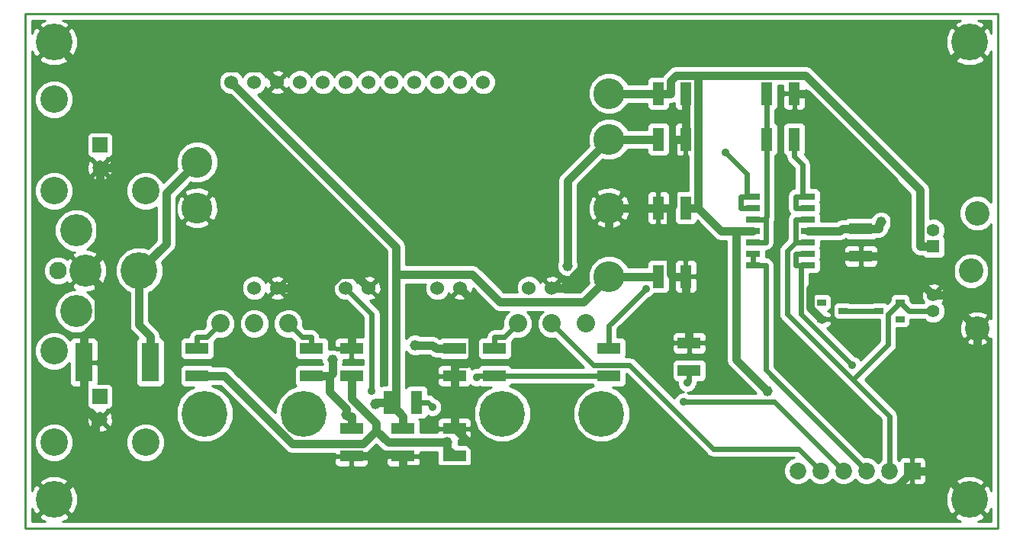
<source format=gbl>
G04 (created by PCBNEW-RS274X (2011-05-25)-stable) date Wed 30 Oct 2013 02:01:52 PM EDT*
G01*
G70*
G90*
%MOIN*%
G04 Gerber Fmt 3.4, Leading zero omitted, Abs format*
%FSLAX34Y34*%
G04 APERTURE LIST*
%ADD10C,0.006000*%
%ADD11C,0.009000*%
%ADD12C,0.107000*%
%ADD13C,0.056000*%
%ADD14R,0.056000X0.056000*%
%ADD15C,0.160000*%
%ADD16R,0.100000X0.050000*%
%ADD17C,0.060000*%
%ADD18R,0.050000X0.100000*%
%ADD19C,0.200000*%
%ADD20C,0.080000*%
%ADD21C,0.076000*%
%ADD22C,0.140000*%
%ADD23C,0.120000*%
%ADD24R,0.065000X0.065000*%
%ADD25C,0.065000*%
%ADD26R,0.075000X0.170000*%
%ADD27C,0.135000*%
%ADD28R,0.060000X0.025000*%
%ADD29C,0.073000*%
%ADD30R,0.073000X0.073000*%
%ADD31R,0.039000X0.028000*%
%ADD32C,0.046000*%
%ADD33C,0.035000*%
%ADD34C,0.036000*%
%ADD35C,0.024000*%
%ADD36C,0.010000*%
G04 APERTURE END LIST*
G54D10*
G54D11*
X29500Y-30500D02*
X29500Y-53000D01*
X72000Y-30500D02*
X29500Y-30500D01*
X72000Y-53000D02*
X72000Y-30500D01*
X29500Y-53000D02*
X72000Y-53000D01*
G54D12*
X71090Y-44270D03*
X71090Y-39230D03*
G54D13*
X69170Y-43520D03*
X69170Y-39980D03*
X69170Y-42815D03*
G54D14*
X69170Y-40685D03*
G54D12*
X70820Y-41750D03*
G54D15*
X30750Y-51750D03*
X70750Y-31750D03*
X30750Y-31750D03*
G54D16*
X48250Y-45150D03*
X48250Y-46350D03*
X43750Y-46350D03*
X43750Y-45150D03*
G54D15*
X70750Y-51750D03*
G54D16*
X42000Y-46350D03*
X42000Y-45150D03*
X43750Y-48650D03*
X43750Y-49850D03*
G54D17*
X44500Y-42500D03*
X43500Y-42500D03*
X40500Y-42500D03*
X39500Y-42500D03*
X47500Y-42500D03*
X48500Y-42500D03*
X51500Y-42500D03*
X52500Y-42500D03*
X38500Y-33500D03*
X39500Y-33500D03*
X40500Y-33500D03*
X41500Y-33500D03*
X42500Y-33500D03*
X43500Y-33500D03*
X44500Y-33500D03*
X45500Y-33500D03*
X46500Y-33500D03*
X47500Y-33500D03*
X48500Y-33500D03*
X49500Y-33500D03*
G54D18*
X61900Y-36000D03*
X63100Y-36000D03*
G54D16*
X58500Y-46100D03*
X58500Y-44900D03*
G54D18*
X45400Y-47500D03*
X46600Y-47500D03*
G54D16*
X46000Y-48650D03*
X46000Y-49850D03*
X55000Y-46350D03*
X55000Y-45150D03*
X50000Y-45150D03*
X50000Y-46350D03*
X37000Y-45150D03*
X37000Y-46350D03*
G54D18*
X58350Y-39000D03*
X57150Y-39000D03*
G54D16*
X66000Y-39900D03*
X66000Y-41100D03*
X48250Y-49850D03*
X48250Y-48650D03*
G54D18*
X61900Y-34000D03*
X63100Y-34000D03*
G54D19*
X41670Y-48000D03*
X37330Y-48000D03*
G54D20*
X39500Y-44060D03*
X40980Y-44060D03*
X38020Y-44060D03*
G54D19*
X54670Y-48000D03*
X50330Y-48000D03*
G54D20*
X52500Y-44060D03*
X53980Y-44060D03*
X51020Y-44060D03*
G54D18*
X57150Y-34000D03*
X58350Y-34000D03*
X58350Y-36000D03*
X57150Y-36000D03*
X57150Y-42000D03*
X58350Y-42000D03*
G54D21*
X30930Y-41750D03*
G54D22*
X32110Y-41750D03*
G54D15*
X34470Y-41750D03*
G54D22*
X31720Y-39980D03*
X31720Y-43520D03*
G54D23*
X30750Y-38250D03*
X30750Y-34250D03*
G54D24*
X32750Y-36250D03*
G54D25*
X32750Y-37250D03*
G54D23*
X34750Y-38250D03*
X30750Y-49250D03*
X30750Y-45250D03*
G54D24*
X32750Y-47250D03*
G54D25*
X32750Y-48250D03*
G54D23*
X34750Y-49250D03*
G54D26*
X34950Y-45750D03*
X32050Y-45750D03*
G54D27*
X37000Y-39000D03*
X37000Y-37000D03*
X55000Y-34000D03*
X55000Y-36000D03*
X55000Y-39000D03*
X55000Y-42000D03*
G54D28*
X61300Y-41500D03*
X61300Y-41000D03*
X61300Y-40500D03*
X61300Y-40000D03*
X61300Y-39500D03*
X61300Y-39000D03*
X61300Y-38500D03*
X63700Y-38500D03*
X63700Y-39000D03*
X63700Y-39500D03*
X63700Y-40000D03*
X63700Y-40500D03*
X63700Y-41000D03*
X63700Y-41500D03*
G54D29*
X67250Y-50500D03*
X66250Y-50500D03*
G54D30*
X68250Y-50500D03*
G54D29*
X65250Y-50500D03*
X64250Y-50500D03*
X63250Y-50500D03*
G54D31*
X65220Y-43500D03*
X64280Y-43870D03*
X64280Y-43130D03*
X66780Y-43500D03*
X67720Y-43130D03*
X67720Y-43870D03*
G54D32*
X44788Y-47582D03*
X53187Y-41534D03*
X66888Y-39618D03*
X47934Y-49250D03*
G54D33*
X60096Y-36566D03*
X58265Y-47481D03*
X65633Y-45883D03*
X44639Y-47000D03*
X56612Y-42527D03*
X47281Y-47715D03*
X58411Y-46656D03*
X49208Y-46402D03*
G54D32*
X46539Y-45000D03*
X42908Y-45641D03*
X43514Y-48055D03*
X61913Y-47003D03*
G54D34*
X57150Y-42000D02*
X56600Y-42000D01*
X44850Y-47520D02*
X44788Y-47582D01*
X44850Y-47500D02*
X44850Y-47520D01*
X45400Y-47500D02*
X44850Y-47500D01*
X56600Y-42000D02*
X55000Y-42000D01*
X49027Y-41903D02*
X45705Y-41903D01*
X50225Y-43101D02*
X49027Y-41903D01*
X53899Y-43101D02*
X50225Y-43101D01*
X55000Y-42000D02*
X53899Y-43101D01*
X45705Y-40705D02*
X38500Y-33500D01*
X45705Y-41903D02*
X45705Y-40705D01*
X45400Y-47500D02*
X45680Y-47500D01*
X45705Y-47475D02*
X45680Y-47500D01*
X45705Y-41903D02*
X45705Y-47475D01*
X45680Y-47780D02*
X46000Y-48100D01*
X45680Y-47500D02*
X45680Y-47780D01*
X46000Y-48650D02*
X46000Y-48100D01*
X57150Y-36000D02*
X56600Y-36000D01*
X55000Y-36000D02*
X56600Y-36000D01*
X65100Y-40000D02*
X63700Y-40000D01*
X65200Y-39900D02*
X65100Y-40000D01*
X66000Y-39900D02*
X65200Y-39900D01*
X66000Y-39900D02*
X66800Y-39900D01*
X66800Y-39706D02*
X66888Y-39618D01*
X66800Y-39900D02*
X66800Y-39706D01*
X53187Y-37813D02*
X53187Y-41534D01*
X55000Y-36000D02*
X53187Y-37813D01*
X47934Y-49534D02*
X47934Y-49250D01*
X48250Y-49850D02*
X47934Y-49534D01*
X45340Y-49250D02*
X44820Y-48730D01*
X47934Y-49250D02*
X45340Y-49250D01*
X44250Y-49300D02*
X44820Y-48730D01*
X41153Y-49300D02*
X44250Y-49300D01*
X38203Y-46350D02*
X41153Y-49300D01*
X37000Y-46350D02*
X38203Y-46350D01*
X43750Y-47353D02*
X43750Y-46350D01*
X44820Y-48423D02*
X43750Y-47353D01*
X44820Y-48730D02*
X44820Y-48423D01*
G54D35*
X61840Y-46090D02*
X61840Y-41500D01*
X66250Y-50500D02*
X61840Y-46090D01*
X61300Y-41500D02*
X61840Y-41500D01*
X61300Y-41000D02*
X61300Y-41500D01*
X60760Y-38500D02*
X60760Y-39000D01*
X61300Y-39000D02*
X60760Y-39000D01*
X61300Y-38500D02*
X61030Y-38500D01*
X61030Y-38500D02*
X60760Y-38500D01*
X61030Y-37500D02*
X60096Y-36566D01*
X61030Y-38500D02*
X61030Y-37500D01*
X62231Y-47481D02*
X65250Y-50500D01*
X58265Y-47481D02*
X62231Y-47481D01*
X63160Y-41500D02*
X63160Y-41000D01*
X63700Y-41000D02*
X63160Y-41000D01*
X63700Y-41500D02*
X63468Y-41500D01*
X63468Y-41500D02*
X63397Y-41500D01*
X63397Y-41500D02*
X63160Y-41500D01*
X63397Y-43647D02*
X65633Y-45883D01*
X63397Y-41500D02*
X63397Y-43647D01*
X63160Y-39000D02*
X63160Y-38500D01*
X63700Y-39000D02*
X63160Y-39000D01*
X63700Y-38500D02*
X63464Y-38500D01*
X63464Y-38500D02*
X63160Y-38500D01*
X63464Y-37104D02*
X63100Y-36740D01*
X63464Y-38500D02*
X63464Y-37104D01*
X63100Y-36000D02*
X63100Y-36740D01*
X63700Y-40500D02*
X63160Y-40500D01*
X63160Y-40500D02*
X63160Y-39500D01*
X63700Y-39500D02*
X63160Y-39500D01*
X68110Y-43520D02*
X69170Y-43520D01*
X67720Y-43130D02*
X68110Y-43520D01*
X67250Y-48103D02*
X65662Y-46515D01*
X67250Y-50500D02*
X67250Y-48103D01*
X62786Y-40874D02*
X63160Y-40500D01*
X62786Y-43639D02*
X62786Y-40874D01*
X65662Y-46515D02*
X62786Y-43639D01*
X67199Y-43651D02*
X67720Y-43130D01*
X67199Y-44978D02*
X67199Y-43651D01*
X65662Y-46515D02*
X67199Y-44978D01*
X61900Y-34000D02*
X61900Y-36000D01*
X61300Y-39500D02*
X61746Y-39500D01*
X61900Y-36000D02*
X61900Y-36740D01*
X61746Y-39500D02*
X61785Y-39500D01*
X61900Y-39385D02*
X61900Y-36740D01*
X61785Y-39500D02*
X61900Y-39385D01*
X61840Y-39555D02*
X61840Y-40500D01*
X61785Y-39500D02*
X61840Y-39555D01*
X61300Y-40500D02*
X61840Y-40500D01*
X63283Y-49533D02*
X64250Y-50500D01*
X59555Y-49533D02*
X63283Y-49533D01*
X55898Y-45876D02*
X59555Y-49533D01*
X54316Y-45876D02*
X55898Y-45876D01*
X52500Y-44060D02*
X54316Y-45876D01*
X44639Y-43639D02*
X43500Y-42500D01*
X44639Y-47000D02*
X44639Y-43639D01*
G54D34*
X35647Y-40573D02*
X34470Y-41750D01*
X35647Y-38353D02*
X35647Y-40573D01*
X37000Y-37000D02*
X35647Y-38353D01*
X34470Y-44120D02*
X34470Y-41750D01*
X34950Y-44600D02*
X34470Y-44120D01*
X34950Y-45750D02*
X34950Y-44600D01*
X32545Y-49955D02*
X30750Y-51750D01*
X32545Y-48250D02*
X32545Y-49955D01*
X32545Y-48250D02*
X32750Y-48250D01*
X58350Y-44200D02*
X58500Y-44350D01*
X58350Y-42000D02*
X58350Y-44200D01*
X58500Y-44900D02*
X58500Y-44350D01*
X58350Y-34000D02*
X58350Y-36000D01*
X57800Y-38900D02*
X57700Y-39000D01*
X57800Y-36000D02*
X57800Y-38900D01*
X58350Y-36000D02*
X57800Y-36000D01*
X57150Y-39000D02*
X57700Y-39000D01*
X58350Y-42000D02*
X57800Y-42000D01*
X57700Y-41900D02*
X57800Y-42000D01*
X57700Y-39000D02*
X57700Y-41900D01*
X67455Y-41100D02*
X66000Y-41100D01*
X63100Y-34000D02*
X63650Y-34000D01*
X69500Y-50500D02*
X70750Y-51750D01*
X32050Y-47755D02*
X32050Y-45750D01*
X32545Y-48250D02*
X32050Y-47755D01*
X32704Y-42344D02*
X32110Y-41750D01*
X32704Y-43946D02*
X32704Y-42344D01*
X32050Y-44600D02*
X32704Y-43946D01*
X32050Y-45750D02*
X32050Y-44600D01*
X46000Y-49850D02*
X46000Y-49764D01*
X43750Y-49850D02*
X44550Y-49850D01*
X69170Y-42815D02*
X67455Y-41100D01*
X71090Y-48910D02*
X69500Y-50500D01*
X71090Y-44270D02*
X71090Y-48910D01*
X69929Y-42521D02*
X69635Y-42815D01*
X69929Y-32571D02*
X69929Y-42521D01*
X70750Y-31750D02*
X69929Y-32571D01*
X71090Y-44270D02*
X69635Y-42815D01*
X69635Y-42815D02*
X69170Y-42815D01*
X67455Y-37805D02*
X67455Y-41100D01*
X63650Y-34000D02*
X67455Y-37805D01*
X68250Y-50500D02*
X69500Y-50500D01*
X44636Y-49764D02*
X46000Y-49764D01*
X44550Y-49850D02*
X44636Y-49764D01*
X49034Y-43034D02*
X48500Y-42500D01*
X49034Y-45566D02*
X49034Y-43034D01*
X48800Y-45800D02*
X49034Y-45566D01*
X48250Y-45800D02*
X48800Y-45800D01*
X48250Y-46350D02*
X48250Y-45800D01*
X63801Y-42499D02*
X65200Y-41100D01*
X63801Y-43391D02*
X63801Y-42499D01*
X64280Y-43870D02*
X63801Y-43391D01*
X66000Y-41100D02*
X65200Y-41100D01*
X48250Y-46350D02*
X48250Y-46900D01*
X48250Y-48650D02*
X48250Y-46900D01*
X55000Y-40456D02*
X55000Y-39000D01*
X52956Y-42500D02*
X55000Y-40456D01*
X52500Y-42500D02*
X52956Y-42500D01*
X57150Y-39000D02*
X56600Y-39000D01*
X55000Y-39000D02*
X56600Y-39000D01*
X32750Y-41110D02*
X32750Y-37250D01*
X32110Y-41750D02*
X32750Y-41110D01*
X35200Y-32872D02*
X33536Y-34536D01*
X39872Y-32872D02*
X35200Y-32872D01*
X40500Y-33500D02*
X39872Y-32872D01*
X33536Y-36956D02*
X33536Y-34536D01*
X33242Y-37250D02*
X33536Y-36956D01*
X32750Y-37250D02*
X33242Y-37250D01*
X33536Y-34536D02*
X30750Y-31750D01*
X43750Y-45150D02*
X43750Y-44600D01*
X42660Y-42500D02*
X40500Y-42500D01*
X43244Y-41916D02*
X42660Y-42500D01*
X43916Y-41916D02*
X43244Y-41916D01*
X44500Y-42500D02*
X43916Y-41916D01*
X42660Y-43510D02*
X43750Y-44600D01*
X42660Y-42500D02*
X42660Y-43510D01*
X46000Y-49850D02*
X46000Y-50400D01*
X49286Y-50400D02*
X46000Y-50400D01*
X50327Y-51441D02*
X49286Y-50400D01*
X67309Y-51441D02*
X50327Y-51441D01*
X68250Y-50500D02*
X67309Y-51441D01*
X49286Y-49686D02*
X48250Y-48650D01*
X49286Y-50400D02*
X49286Y-49686D01*
G54D35*
X55000Y-44139D02*
X56612Y-42527D01*
X55000Y-45150D02*
X55000Y-44139D01*
X41580Y-44660D02*
X42000Y-44660D01*
X40980Y-44060D02*
X41580Y-44660D01*
X42000Y-45150D02*
X42000Y-44660D01*
X47090Y-47524D02*
X47281Y-47715D01*
X47090Y-47500D02*
X47090Y-47524D01*
X46600Y-47500D02*
X47090Y-47500D01*
X58477Y-46590D02*
X58411Y-46656D01*
X58500Y-46590D02*
X58477Y-46590D01*
X58500Y-46100D02*
X58500Y-46590D01*
X37420Y-44660D02*
X37000Y-44660D01*
X38020Y-44060D02*
X37420Y-44660D01*
X37000Y-45150D02*
X37000Y-44660D01*
X50420Y-44660D02*
X50000Y-44660D01*
X51020Y-44060D02*
X50420Y-44660D01*
X50000Y-45150D02*
X50000Y-44660D01*
X66780Y-43500D02*
X65220Y-43500D01*
X50000Y-46350D02*
X55000Y-46350D01*
X50000Y-46350D02*
X49260Y-46350D01*
X49208Y-46402D02*
X49260Y-46350D01*
G54D34*
X48250Y-45150D02*
X47450Y-45150D01*
X47300Y-45000D02*
X46539Y-45000D01*
X47450Y-45150D02*
X47300Y-45000D01*
X55000Y-34000D02*
X56600Y-34000D01*
X57150Y-34000D02*
X56600Y-34000D01*
X42000Y-46350D02*
X42800Y-46350D01*
X43750Y-48650D02*
X43750Y-48100D01*
X43559Y-48100D02*
X43750Y-48100D01*
X43514Y-48055D02*
X43559Y-48100D01*
X42908Y-46242D02*
X42800Y-46350D01*
X42908Y-45641D02*
X42908Y-46242D01*
X43514Y-47774D02*
X43514Y-48055D01*
X42800Y-47060D02*
X43514Y-47774D01*
X42800Y-46350D02*
X42800Y-47060D01*
X69170Y-40685D02*
X68590Y-40685D01*
X57150Y-34000D02*
X57700Y-34000D01*
X58350Y-39000D02*
X58900Y-39000D01*
X63588Y-33216D02*
X58900Y-33216D01*
X68590Y-38218D02*
X63588Y-33216D01*
X68590Y-40685D02*
X68590Y-38218D01*
X57700Y-33450D02*
X57700Y-34000D01*
X57934Y-33216D02*
X57700Y-33450D01*
X58900Y-33216D02*
X57934Y-33216D01*
X58900Y-33216D02*
X58900Y-39000D01*
X60550Y-45640D02*
X61913Y-47003D01*
X60550Y-40000D02*
X60550Y-45640D01*
X60550Y-40000D02*
X61300Y-40000D01*
X59900Y-40000D02*
X60550Y-40000D01*
X58900Y-39000D02*
X59900Y-40000D01*
G54D10*
G36*
X71705Y-52705D02*
X71137Y-52705D01*
X71326Y-52627D01*
X71412Y-52483D01*
X70750Y-51821D01*
X70679Y-51892D01*
X70679Y-51750D01*
X70017Y-51088D01*
X69873Y-51174D01*
X69720Y-51554D01*
X69723Y-51964D01*
X69873Y-52326D01*
X70017Y-52412D01*
X70679Y-51750D01*
X70679Y-51892D01*
X70088Y-52483D01*
X70174Y-52627D01*
X70367Y-52705D01*
X69700Y-52705D01*
X69700Y-43626D01*
X69700Y-43415D01*
X69694Y-43400D01*
X69619Y-43220D01*
X69573Y-43173D01*
X69622Y-43125D01*
X69590Y-43093D01*
X69626Y-43084D01*
X69694Y-42889D01*
X69683Y-42683D01*
X69626Y-42546D01*
X69534Y-42522D01*
X69463Y-42593D01*
X69463Y-42451D01*
X69439Y-42359D01*
X69244Y-42291D01*
X69038Y-42302D01*
X68901Y-42359D01*
X68877Y-42451D01*
X69170Y-42744D01*
X69463Y-42451D01*
X69463Y-42593D01*
X69276Y-42780D01*
X69241Y-42815D01*
X69170Y-42886D01*
X69099Y-42815D01*
X69064Y-42780D01*
X68806Y-42522D01*
X68714Y-42546D01*
X68646Y-42741D01*
X68657Y-42947D01*
X68714Y-43084D01*
X68749Y-43093D01*
X68718Y-43125D01*
X68743Y-43150D01*
X68263Y-43150D01*
X68164Y-43050D01*
X68164Y-42941D01*
X68126Y-42849D01*
X68056Y-42779D01*
X67965Y-42741D01*
X67866Y-42741D01*
X67476Y-42741D01*
X67384Y-42779D01*
X67314Y-42849D01*
X67276Y-42940D01*
X67276Y-43039D01*
X67276Y-43050D01*
X67146Y-43179D01*
X67116Y-43149D01*
X67025Y-43111D01*
X66926Y-43111D01*
X66750Y-43111D01*
X66750Y-41212D01*
X66750Y-40988D01*
X66749Y-40801D01*
X66711Y-40709D01*
X66641Y-40639D01*
X66550Y-40601D01*
X66451Y-40601D01*
X66112Y-40600D01*
X66050Y-40662D01*
X66050Y-41050D01*
X66688Y-41050D01*
X66750Y-40988D01*
X66750Y-41212D01*
X66688Y-41150D01*
X66050Y-41150D01*
X66050Y-41538D01*
X66112Y-41600D01*
X66451Y-41599D01*
X66550Y-41599D01*
X66641Y-41561D01*
X66711Y-41491D01*
X66749Y-41399D01*
X66750Y-41212D01*
X66750Y-43111D01*
X66536Y-43111D01*
X66490Y-43130D01*
X65950Y-43130D01*
X65950Y-41538D01*
X65950Y-41150D01*
X65950Y-41050D01*
X65950Y-40662D01*
X65888Y-40600D01*
X65549Y-40601D01*
X65450Y-40601D01*
X65359Y-40639D01*
X65289Y-40709D01*
X65251Y-40801D01*
X65250Y-40988D01*
X65312Y-41050D01*
X65950Y-41050D01*
X65950Y-41150D01*
X65312Y-41150D01*
X65250Y-41212D01*
X65251Y-41399D01*
X65289Y-41491D01*
X65359Y-41561D01*
X65450Y-41599D01*
X65549Y-41599D01*
X65888Y-41600D01*
X65950Y-41538D01*
X65950Y-43130D01*
X65510Y-43130D01*
X65465Y-43111D01*
X65366Y-43111D01*
X64976Y-43111D01*
X64884Y-43149D01*
X64814Y-43219D01*
X64776Y-43310D01*
X64776Y-43409D01*
X64776Y-43689D01*
X64814Y-43781D01*
X64884Y-43851D01*
X64975Y-43889D01*
X65074Y-43889D01*
X65464Y-43889D01*
X65510Y-43870D01*
X66489Y-43870D01*
X66535Y-43889D01*
X66634Y-43889D01*
X66829Y-43889D01*
X66829Y-44824D01*
X65998Y-45654D01*
X65994Y-45643D01*
X65874Y-45523D01*
X65742Y-45468D01*
X64530Y-44256D01*
X64616Y-44221D01*
X64686Y-44151D01*
X64724Y-44059D01*
X64725Y-43982D01*
X64663Y-43920D01*
X64380Y-43920D01*
X64330Y-43920D01*
X64230Y-43920D01*
X64230Y-43820D01*
X64330Y-43820D01*
X64380Y-43820D01*
X64663Y-43820D01*
X64725Y-43758D01*
X64724Y-43681D01*
X64686Y-43589D01*
X64616Y-43519D01*
X64570Y-43499D01*
X64616Y-43481D01*
X64686Y-43411D01*
X64724Y-43320D01*
X64724Y-43221D01*
X64724Y-42941D01*
X64686Y-42849D01*
X64616Y-42779D01*
X64525Y-42741D01*
X64426Y-42741D01*
X64036Y-42741D01*
X63944Y-42779D01*
X63874Y-42849D01*
X63836Y-42940D01*
X63836Y-43039D01*
X63836Y-43319D01*
X63874Y-43411D01*
X63944Y-43481D01*
X63989Y-43500D01*
X63944Y-43519D01*
X63874Y-43589D01*
X63870Y-43596D01*
X63767Y-43493D01*
X63767Y-41874D01*
X64049Y-41874D01*
X64141Y-41836D01*
X64211Y-41766D01*
X64249Y-41675D01*
X64249Y-41576D01*
X64249Y-41326D01*
X64217Y-41250D01*
X64249Y-41175D01*
X64249Y-41076D01*
X64249Y-40826D01*
X64217Y-40750D01*
X64249Y-40675D01*
X64249Y-40576D01*
X64249Y-40430D01*
X65100Y-40430D01*
X65264Y-40397D01*
X65265Y-40397D01*
X65342Y-40344D01*
X65359Y-40361D01*
X65450Y-40399D01*
X65549Y-40399D01*
X66549Y-40399D01*
X66641Y-40361D01*
X66672Y-40330D01*
X66800Y-40330D01*
X66965Y-40297D01*
X67104Y-40204D01*
X67197Y-40065D01*
X67216Y-39968D01*
X67295Y-39890D01*
X67368Y-39714D01*
X67368Y-39523D01*
X67295Y-39347D01*
X67160Y-39211D01*
X66984Y-39138D01*
X66793Y-39138D01*
X66617Y-39211D01*
X66481Y-39346D01*
X66458Y-39401D01*
X66451Y-39401D01*
X65451Y-39401D01*
X65359Y-39439D01*
X65328Y-39470D01*
X65200Y-39470D01*
X65035Y-39503D01*
X64934Y-39570D01*
X64249Y-39570D01*
X64249Y-39326D01*
X64217Y-39250D01*
X64249Y-39175D01*
X64249Y-39076D01*
X64249Y-38826D01*
X64217Y-38750D01*
X64249Y-38675D01*
X64249Y-38576D01*
X64249Y-38326D01*
X64211Y-38234D01*
X64141Y-38164D01*
X64050Y-38126D01*
X63951Y-38126D01*
X63834Y-38126D01*
X63834Y-37104D01*
X63833Y-37103D01*
X63834Y-37103D01*
X63806Y-36962D01*
X63726Y-36842D01*
X63723Y-36840D01*
X63600Y-36717D01*
X63600Y-34112D01*
X63538Y-34050D01*
X63150Y-34050D01*
X63150Y-34688D01*
X63212Y-34750D01*
X63399Y-34749D01*
X63491Y-34711D01*
X63561Y-34641D01*
X63599Y-34550D01*
X63599Y-34451D01*
X63600Y-34112D01*
X63600Y-36717D01*
X63542Y-36659D01*
X63561Y-36641D01*
X63599Y-36550D01*
X63599Y-36451D01*
X63599Y-35451D01*
X63561Y-35359D01*
X63491Y-35289D01*
X63400Y-35251D01*
X63301Y-35251D01*
X63050Y-35251D01*
X63050Y-34688D01*
X63050Y-34050D01*
X62662Y-34050D01*
X62600Y-34112D01*
X62601Y-34451D01*
X62601Y-34550D01*
X62639Y-34641D01*
X62709Y-34711D01*
X62801Y-34749D01*
X62988Y-34750D01*
X63050Y-34688D01*
X63050Y-35251D01*
X62801Y-35251D01*
X62709Y-35289D01*
X62639Y-35359D01*
X62601Y-35450D01*
X62601Y-35549D01*
X62601Y-36549D01*
X62639Y-36641D01*
X62709Y-36711D01*
X62730Y-36719D01*
X62730Y-36735D01*
X62729Y-36740D01*
X62753Y-36857D01*
X62758Y-36882D01*
X62838Y-37002D01*
X63094Y-37257D01*
X63094Y-38143D01*
X63018Y-38158D01*
X62898Y-38238D01*
X62818Y-38358D01*
X62790Y-38500D01*
X62790Y-39000D01*
X62818Y-39142D01*
X62890Y-39250D01*
X62818Y-39358D01*
X62790Y-39500D01*
X62790Y-40346D01*
X62524Y-40612D01*
X62444Y-40732D01*
X62439Y-40756D01*
X62415Y-40874D01*
X62416Y-40878D01*
X62416Y-43634D01*
X62415Y-43639D01*
X62439Y-43756D01*
X62444Y-43781D01*
X62524Y-43901D01*
X65398Y-46774D01*
X65400Y-46777D01*
X66880Y-48256D01*
X66880Y-50000D01*
X66749Y-50130D01*
X66599Y-49979D01*
X66373Y-49885D01*
X66158Y-49885D01*
X62210Y-45936D01*
X62210Y-41500D01*
X62182Y-41358D01*
X62102Y-41238D01*
X61982Y-41158D01*
X61849Y-41131D01*
X61849Y-41076D01*
X61849Y-40868D01*
X61982Y-40842D01*
X62102Y-40762D01*
X62182Y-40642D01*
X62210Y-40500D01*
X62210Y-39575D01*
X62210Y-39574D01*
X62242Y-39527D01*
X62270Y-39385D01*
X62270Y-36740D01*
X62270Y-36719D01*
X62291Y-36711D01*
X62361Y-36641D01*
X62399Y-36550D01*
X62399Y-36451D01*
X62399Y-35451D01*
X62361Y-35359D01*
X62291Y-35289D01*
X62270Y-35280D01*
X62270Y-34719D01*
X62291Y-34711D01*
X62361Y-34641D01*
X62399Y-34550D01*
X62399Y-34451D01*
X62399Y-33646D01*
X62600Y-33646D01*
X62600Y-33888D01*
X62662Y-33950D01*
X63000Y-33950D01*
X63050Y-33950D01*
X63150Y-33950D01*
X63200Y-33950D01*
X63538Y-33950D01*
X63600Y-33888D01*
X63599Y-33835D01*
X68160Y-38396D01*
X68160Y-40685D01*
X68193Y-40850D01*
X68286Y-40989D01*
X68425Y-41082D01*
X68590Y-41115D01*
X68688Y-41115D01*
X68749Y-41176D01*
X68840Y-41214D01*
X68939Y-41214D01*
X69499Y-41214D01*
X69591Y-41176D01*
X69661Y-41106D01*
X69699Y-41015D01*
X69699Y-40916D01*
X69699Y-40356D01*
X69661Y-40264D01*
X69636Y-40239D01*
X69700Y-40086D01*
X69700Y-39875D01*
X69619Y-39680D01*
X69471Y-39531D01*
X69276Y-39450D01*
X69065Y-39450D01*
X69020Y-39468D01*
X69020Y-38218D01*
X69019Y-38217D01*
X68987Y-38053D01*
X68894Y-37914D01*
X68893Y-37913D01*
X63892Y-32912D01*
X63753Y-32819D01*
X63588Y-32786D01*
X58900Y-32786D01*
X57934Y-32786D01*
X57769Y-32819D01*
X57630Y-32912D01*
X57629Y-32912D01*
X57629Y-32913D01*
X57396Y-33146D01*
X57325Y-33251D01*
X56851Y-33251D01*
X56759Y-33289D01*
X56689Y-33359D01*
X56651Y-33450D01*
X56651Y-33549D01*
X56651Y-33570D01*
X56600Y-33570D01*
X55823Y-33570D01*
X55785Y-33477D01*
X55525Y-33217D01*
X55185Y-33075D01*
X54817Y-33075D01*
X54477Y-33215D01*
X54217Y-33475D01*
X54075Y-33815D01*
X54075Y-34183D01*
X54215Y-34523D01*
X54475Y-34783D01*
X54815Y-34925D01*
X55183Y-34925D01*
X55523Y-34785D01*
X55783Y-34525D01*
X55822Y-34430D01*
X56600Y-34430D01*
X56651Y-34430D01*
X56651Y-34549D01*
X56689Y-34641D01*
X56759Y-34711D01*
X56850Y-34749D01*
X56949Y-34749D01*
X57449Y-34749D01*
X57541Y-34711D01*
X57611Y-34641D01*
X57649Y-34550D01*
X57649Y-34451D01*
X57649Y-34430D01*
X57700Y-34430D01*
X57850Y-34399D01*
X57851Y-34451D01*
X57851Y-34550D01*
X57889Y-34641D01*
X57959Y-34711D01*
X58051Y-34749D01*
X58238Y-34750D01*
X58300Y-34688D01*
X58300Y-34100D01*
X58300Y-34050D01*
X58300Y-33950D01*
X58400Y-33950D01*
X58400Y-34050D01*
X58400Y-34100D01*
X58400Y-34688D01*
X58462Y-34750D01*
X58470Y-34749D01*
X58470Y-35250D01*
X58462Y-35250D01*
X58400Y-35312D01*
X58400Y-35900D01*
X58400Y-35950D01*
X58400Y-36050D01*
X58400Y-36100D01*
X58400Y-36688D01*
X58462Y-36750D01*
X58470Y-36749D01*
X58470Y-38251D01*
X58300Y-38251D01*
X58300Y-36688D01*
X58300Y-36050D01*
X58300Y-35950D01*
X58300Y-35312D01*
X58238Y-35250D01*
X58051Y-35251D01*
X57959Y-35289D01*
X57889Y-35359D01*
X57851Y-35450D01*
X57851Y-35549D01*
X57850Y-35888D01*
X57912Y-35950D01*
X58300Y-35950D01*
X58300Y-36050D01*
X57912Y-36050D01*
X57850Y-36112D01*
X57851Y-36451D01*
X57851Y-36550D01*
X57889Y-36641D01*
X57959Y-36711D01*
X58051Y-36749D01*
X58238Y-36750D01*
X58300Y-36688D01*
X58300Y-38251D01*
X58051Y-38251D01*
X57959Y-38289D01*
X57889Y-38359D01*
X57851Y-38450D01*
X57851Y-38549D01*
X57851Y-39549D01*
X57889Y-39641D01*
X57959Y-39711D01*
X58050Y-39749D01*
X58149Y-39749D01*
X58649Y-39749D01*
X58741Y-39711D01*
X58811Y-39641D01*
X58846Y-39554D01*
X59596Y-40304D01*
X59735Y-40397D01*
X59736Y-40397D01*
X59900Y-40430D01*
X60120Y-40430D01*
X60120Y-45640D01*
X60153Y-45805D01*
X60246Y-45944D01*
X61413Y-47111D01*
X59250Y-47111D01*
X59250Y-45012D01*
X59250Y-44788D01*
X59249Y-44601D01*
X59211Y-44509D01*
X59141Y-44439D01*
X59050Y-44401D01*
X58951Y-44401D01*
X58850Y-44400D01*
X58850Y-42112D01*
X58850Y-41888D01*
X58849Y-41549D01*
X58849Y-41450D01*
X58811Y-41359D01*
X58741Y-41289D01*
X58649Y-41251D01*
X58462Y-41250D01*
X58400Y-41312D01*
X58400Y-41950D01*
X58788Y-41950D01*
X58850Y-41888D01*
X58850Y-42112D01*
X58788Y-42050D01*
X58400Y-42050D01*
X58400Y-42688D01*
X58462Y-42750D01*
X58649Y-42749D01*
X58741Y-42711D01*
X58811Y-42641D01*
X58849Y-42550D01*
X58849Y-42451D01*
X58850Y-42112D01*
X58850Y-44400D01*
X58612Y-44400D01*
X58550Y-44462D01*
X58550Y-44850D01*
X59188Y-44850D01*
X59250Y-44788D01*
X59250Y-45012D01*
X59188Y-44950D01*
X58550Y-44950D01*
X58550Y-45338D01*
X58612Y-45400D01*
X58951Y-45399D01*
X59050Y-45399D01*
X59141Y-45361D01*
X59211Y-45291D01*
X59249Y-45199D01*
X59250Y-45012D01*
X59250Y-47111D01*
X58482Y-47111D01*
X58410Y-47081D01*
X58495Y-47081D01*
X58651Y-47017D01*
X58771Y-46897D01*
X58836Y-46741D01*
X58842Y-46732D01*
X58868Y-46599D01*
X59049Y-46599D01*
X59141Y-46561D01*
X59211Y-46491D01*
X59249Y-46400D01*
X59249Y-46301D01*
X59249Y-45801D01*
X59211Y-45709D01*
X59141Y-45639D01*
X59050Y-45601D01*
X58951Y-45601D01*
X58450Y-45601D01*
X58450Y-45338D01*
X58450Y-44950D01*
X58450Y-44850D01*
X58450Y-44462D01*
X58388Y-44400D01*
X58300Y-44400D01*
X58300Y-42688D01*
X58300Y-42050D01*
X58300Y-41950D01*
X58300Y-41312D01*
X58238Y-41250D01*
X58051Y-41251D01*
X57959Y-41289D01*
X57889Y-41359D01*
X57851Y-41450D01*
X57851Y-41549D01*
X57850Y-41888D01*
X57912Y-41950D01*
X58300Y-41950D01*
X58300Y-42050D01*
X57912Y-42050D01*
X57850Y-42112D01*
X57851Y-42451D01*
X57851Y-42550D01*
X57889Y-42641D01*
X57959Y-42711D01*
X58051Y-42749D01*
X58238Y-42750D01*
X58300Y-42688D01*
X58300Y-44400D01*
X58049Y-44401D01*
X57950Y-44401D01*
X57859Y-44439D01*
X57789Y-44509D01*
X57751Y-44601D01*
X57750Y-44788D01*
X57812Y-44850D01*
X58450Y-44850D01*
X58450Y-44950D01*
X57812Y-44950D01*
X57750Y-45012D01*
X57751Y-45199D01*
X57789Y-45291D01*
X57859Y-45361D01*
X57950Y-45399D01*
X58049Y-45399D01*
X58388Y-45400D01*
X58450Y-45338D01*
X58450Y-45601D01*
X57951Y-45601D01*
X57859Y-45639D01*
X57789Y-45709D01*
X57751Y-45800D01*
X57751Y-45899D01*
X57751Y-46399D01*
X57789Y-46491D01*
X57859Y-46561D01*
X57950Y-46599D01*
X57986Y-46599D01*
X57986Y-46740D01*
X58050Y-46896D01*
X58170Y-47016D01*
X58266Y-47056D01*
X58181Y-47056D01*
X58025Y-47120D01*
X57905Y-47240D01*
X57869Y-47324D01*
X57650Y-47104D01*
X57650Y-39112D01*
X57650Y-38888D01*
X57649Y-38549D01*
X57649Y-38450D01*
X57649Y-36550D01*
X57649Y-36451D01*
X57649Y-35451D01*
X57611Y-35359D01*
X57541Y-35289D01*
X57450Y-35251D01*
X57351Y-35251D01*
X56851Y-35251D01*
X56759Y-35289D01*
X56689Y-35359D01*
X56651Y-35450D01*
X56651Y-35549D01*
X56651Y-35570D01*
X56600Y-35570D01*
X55823Y-35570D01*
X55785Y-35477D01*
X55525Y-35217D01*
X55185Y-35075D01*
X54817Y-35075D01*
X54477Y-35215D01*
X54217Y-35475D01*
X54075Y-35815D01*
X54075Y-36183D01*
X54114Y-36277D01*
X52883Y-37509D01*
X52790Y-37648D01*
X52757Y-37813D01*
X52757Y-41317D01*
X52707Y-41438D01*
X52707Y-41629D01*
X52780Y-41805D01*
X52915Y-41941D01*
X53091Y-42014D01*
X53282Y-42014D01*
X53458Y-41941D01*
X53594Y-41806D01*
X53667Y-41630D01*
X53667Y-41439D01*
X53617Y-41318D01*
X53617Y-37991D01*
X54721Y-36886D01*
X54815Y-36925D01*
X55183Y-36925D01*
X55523Y-36785D01*
X55783Y-36525D01*
X55822Y-36430D01*
X56600Y-36430D01*
X56651Y-36430D01*
X56651Y-36549D01*
X56689Y-36641D01*
X56759Y-36711D01*
X56850Y-36749D01*
X56949Y-36749D01*
X57449Y-36749D01*
X57541Y-36711D01*
X57611Y-36641D01*
X57649Y-36550D01*
X57649Y-38450D01*
X57611Y-38359D01*
X57541Y-38289D01*
X57449Y-38251D01*
X57262Y-38250D01*
X57200Y-38312D01*
X57200Y-38950D01*
X57588Y-38950D01*
X57650Y-38888D01*
X57650Y-39112D01*
X57588Y-39050D01*
X57200Y-39050D01*
X57200Y-39688D01*
X57262Y-39750D01*
X57449Y-39749D01*
X57541Y-39711D01*
X57611Y-39641D01*
X57649Y-39550D01*
X57649Y-39451D01*
X57650Y-39112D01*
X57650Y-47104D01*
X56160Y-45614D01*
X56040Y-45534D01*
X56015Y-45529D01*
X55898Y-45505D01*
X55893Y-45506D01*
X55725Y-45506D01*
X55749Y-45450D01*
X55749Y-45351D01*
X55749Y-44851D01*
X55711Y-44759D01*
X55641Y-44689D01*
X55550Y-44651D01*
X55451Y-44651D01*
X55370Y-44651D01*
X55370Y-44292D01*
X56719Y-42942D01*
X56852Y-42888D01*
X56972Y-42768D01*
X56979Y-42749D01*
X57449Y-42749D01*
X57541Y-42711D01*
X57611Y-42641D01*
X57649Y-42550D01*
X57649Y-42451D01*
X57649Y-41451D01*
X57611Y-41359D01*
X57541Y-41289D01*
X57450Y-41251D01*
X57351Y-41251D01*
X57100Y-41251D01*
X57100Y-39688D01*
X57100Y-39050D01*
X57100Y-38950D01*
X57100Y-38312D01*
X57038Y-38250D01*
X56851Y-38251D01*
X56759Y-38289D01*
X56689Y-38359D01*
X56651Y-38450D01*
X56651Y-38549D01*
X56650Y-38888D01*
X56712Y-38950D01*
X57100Y-38950D01*
X57100Y-39050D01*
X56712Y-39050D01*
X56650Y-39112D01*
X56651Y-39451D01*
X56651Y-39550D01*
X56689Y-39641D01*
X56759Y-39711D01*
X56851Y-39749D01*
X57038Y-39750D01*
X57100Y-39688D01*
X57100Y-41251D01*
X56851Y-41251D01*
X56759Y-41289D01*
X56689Y-41359D01*
X56651Y-41450D01*
X56651Y-41549D01*
X56651Y-41570D01*
X56600Y-41570D01*
X55909Y-41570D01*
X55909Y-39167D01*
X55904Y-38806D01*
X55776Y-38498D01*
X55644Y-38427D01*
X55573Y-38498D01*
X55573Y-38356D01*
X55502Y-38224D01*
X55167Y-38091D01*
X54806Y-38096D01*
X54498Y-38224D01*
X54427Y-38356D01*
X55000Y-38929D01*
X55573Y-38356D01*
X55573Y-38498D01*
X55071Y-39000D01*
X55644Y-39573D01*
X55776Y-39502D01*
X55909Y-39167D01*
X55909Y-41570D01*
X55823Y-41570D01*
X55785Y-41477D01*
X55573Y-41265D01*
X55573Y-39644D01*
X55000Y-39071D01*
X54929Y-39142D01*
X54929Y-39000D01*
X54356Y-38427D01*
X54224Y-38498D01*
X54091Y-38833D01*
X54096Y-39194D01*
X54224Y-39502D01*
X54356Y-39573D01*
X54929Y-39000D01*
X54929Y-39142D01*
X54427Y-39644D01*
X54498Y-39776D01*
X54833Y-39909D01*
X55194Y-39904D01*
X55502Y-39776D01*
X55573Y-39644D01*
X55573Y-41265D01*
X55525Y-41217D01*
X55185Y-41075D01*
X54817Y-41075D01*
X54477Y-41215D01*
X54217Y-41475D01*
X54075Y-41815D01*
X54075Y-42183D01*
X54114Y-42277D01*
X53721Y-42671D01*
X53010Y-42671D01*
X53043Y-42579D01*
X53032Y-42366D01*
X52972Y-42219D01*
X52878Y-42192D01*
X52808Y-42262D01*
X52808Y-42122D01*
X52781Y-42028D01*
X52579Y-41957D01*
X52366Y-41968D01*
X52219Y-42028D01*
X52192Y-42122D01*
X52500Y-42429D01*
X52808Y-42122D01*
X52808Y-42262D01*
X52571Y-42500D01*
X52500Y-42571D01*
X52429Y-42500D01*
X52394Y-42465D01*
X52122Y-42192D01*
X52028Y-42219D01*
X52004Y-42284D01*
X51965Y-42189D01*
X51811Y-42035D01*
X51609Y-41951D01*
X51391Y-41951D01*
X51189Y-42035D01*
X51035Y-42189D01*
X50951Y-42391D01*
X50951Y-42609D01*
X50976Y-42671D01*
X50403Y-42671D01*
X50049Y-42317D01*
X50049Y-33609D01*
X50049Y-33391D01*
X49965Y-33189D01*
X49811Y-33035D01*
X49609Y-32951D01*
X49391Y-32951D01*
X49189Y-33035D01*
X49035Y-33189D01*
X49000Y-33273D01*
X48965Y-33189D01*
X48811Y-33035D01*
X48609Y-32951D01*
X48391Y-32951D01*
X48189Y-33035D01*
X48035Y-33189D01*
X48000Y-33273D01*
X47965Y-33189D01*
X47811Y-33035D01*
X47609Y-32951D01*
X47391Y-32951D01*
X47189Y-33035D01*
X47035Y-33189D01*
X47000Y-33273D01*
X46965Y-33189D01*
X46811Y-33035D01*
X46609Y-32951D01*
X46391Y-32951D01*
X46189Y-33035D01*
X46035Y-33189D01*
X46000Y-33273D01*
X45965Y-33189D01*
X45811Y-33035D01*
X45609Y-32951D01*
X45391Y-32951D01*
X45189Y-33035D01*
X45035Y-33189D01*
X45000Y-33273D01*
X44965Y-33189D01*
X44811Y-33035D01*
X44609Y-32951D01*
X44391Y-32951D01*
X44189Y-33035D01*
X44035Y-33189D01*
X44000Y-33273D01*
X43965Y-33189D01*
X43811Y-33035D01*
X43609Y-32951D01*
X43391Y-32951D01*
X43189Y-33035D01*
X43035Y-33189D01*
X43000Y-33273D01*
X42965Y-33189D01*
X42811Y-33035D01*
X42609Y-32951D01*
X42391Y-32951D01*
X42189Y-33035D01*
X42035Y-33189D01*
X42000Y-33273D01*
X41965Y-33189D01*
X41811Y-33035D01*
X41609Y-32951D01*
X41391Y-32951D01*
X41189Y-33035D01*
X41035Y-33189D01*
X40997Y-33280D01*
X40972Y-33219D01*
X40878Y-33192D01*
X40808Y-33262D01*
X40808Y-33122D01*
X40781Y-33028D01*
X40579Y-32957D01*
X40366Y-32968D01*
X40219Y-33028D01*
X40192Y-33122D01*
X40500Y-33429D01*
X40808Y-33122D01*
X40808Y-33262D01*
X40571Y-33500D01*
X40878Y-33808D01*
X40972Y-33781D01*
X40995Y-33715D01*
X41035Y-33811D01*
X41189Y-33965D01*
X41391Y-34049D01*
X41609Y-34049D01*
X41811Y-33965D01*
X41965Y-33811D01*
X42000Y-33726D01*
X42035Y-33811D01*
X42189Y-33965D01*
X42391Y-34049D01*
X42609Y-34049D01*
X42811Y-33965D01*
X42965Y-33811D01*
X43000Y-33726D01*
X43035Y-33811D01*
X43189Y-33965D01*
X43391Y-34049D01*
X43609Y-34049D01*
X43811Y-33965D01*
X43965Y-33811D01*
X44000Y-33726D01*
X44035Y-33811D01*
X44189Y-33965D01*
X44391Y-34049D01*
X44609Y-34049D01*
X44811Y-33965D01*
X44965Y-33811D01*
X45000Y-33726D01*
X45035Y-33811D01*
X45189Y-33965D01*
X45391Y-34049D01*
X45609Y-34049D01*
X45811Y-33965D01*
X45965Y-33811D01*
X46000Y-33726D01*
X46035Y-33811D01*
X46189Y-33965D01*
X46391Y-34049D01*
X46609Y-34049D01*
X46811Y-33965D01*
X46965Y-33811D01*
X47000Y-33726D01*
X47035Y-33811D01*
X47189Y-33965D01*
X47391Y-34049D01*
X47609Y-34049D01*
X47811Y-33965D01*
X47965Y-33811D01*
X48000Y-33726D01*
X48035Y-33811D01*
X48189Y-33965D01*
X48391Y-34049D01*
X48609Y-34049D01*
X48811Y-33965D01*
X48965Y-33811D01*
X49000Y-33726D01*
X49035Y-33811D01*
X49189Y-33965D01*
X49391Y-34049D01*
X49609Y-34049D01*
X49811Y-33965D01*
X49965Y-33811D01*
X50049Y-33609D01*
X50049Y-42317D01*
X49331Y-41599D01*
X49192Y-41506D01*
X49027Y-41473D01*
X46135Y-41473D01*
X46135Y-40705D01*
X46102Y-40541D01*
X46102Y-40540D01*
X46009Y-40401D01*
X40808Y-35200D01*
X40808Y-33878D01*
X40500Y-33571D01*
X40192Y-33878D01*
X40219Y-33972D01*
X40421Y-34043D01*
X40634Y-34032D01*
X40781Y-33972D01*
X40808Y-33878D01*
X40808Y-35200D01*
X39642Y-34034D01*
X39811Y-33965D01*
X39965Y-33811D01*
X40002Y-33719D01*
X40028Y-33781D01*
X40122Y-33808D01*
X40429Y-33500D01*
X40122Y-33192D01*
X40028Y-33219D01*
X40004Y-33284D01*
X39965Y-33189D01*
X39811Y-33035D01*
X39609Y-32951D01*
X39391Y-32951D01*
X39189Y-33035D01*
X39035Y-33189D01*
X39000Y-33273D01*
X38965Y-33189D01*
X38811Y-33035D01*
X38609Y-32951D01*
X38391Y-32951D01*
X38189Y-33035D01*
X38035Y-33189D01*
X37951Y-33391D01*
X37951Y-33609D01*
X38035Y-33811D01*
X38189Y-33965D01*
X38391Y-34049D01*
X38441Y-34049D01*
X45275Y-40883D01*
X45275Y-41903D01*
X45275Y-46751D01*
X45101Y-46751D01*
X45043Y-46774D01*
X45043Y-42579D01*
X45032Y-42366D01*
X44972Y-42219D01*
X44878Y-42192D01*
X44808Y-42262D01*
X44808Y-42122D01*
X44781Y-42028D01*
X44579Y-41957D01*
X44366Y-41968D01*
X44219Y-42028D01*
X44192Y-42122D01*
X44500Y-42429D01*
X44808Y-42122D01*
X44808Y-42262D01*
X44571Y-42500D01*
X44878Y-42808D01*
X44972Y-42781D01*
X45043Y-42579D01*
X45043Y-46774D01*
X45011Y-46787D01*
X45009Y-46781D01*
X45009Y-43639D01*
X45008Y-43638D01*
X45009Y-43638D01*
X44981Y-43497D01*
X44901Y-43377D01*
X44898Y-43375D01*
X44559Y-43035D01*
X44634Y-43032D01*
X44781Y-42972D01*
X44808Y-42878D01*
X44535Y-42606D01*
X44500Y-42571D01*
X44429Y-42500D01*
X44394Y-42465D01*
X44122Y-42192D01*
X44028Y-42219D01*
X44004Y-42284D01*
X43965Y-42189D01*
X43811Y-42035D01*
X43609Y-41951D01*
X43391Y-41951D01*
X43189Y-42035D01*
X43035Y-42189D01*
X42951Y-42391D01*
X42951Y-42609D01*
X43035Y-42811D01*
X43189Y-42965D01*
X43391Y-43049D01*
X43525Y-43049D01*
X44269Y-43792D01*
X44269Y-44651D01*
X44201Y-44651D01*
X43862Y-44650D01*
X43800Y-44712D01*
X43800Y-45050D01*
X43800Y-45100D01*
X43800Y-45200D01*
X43800Y-45250D01*
X43800Y-45588D01*
X43862Y-45650D01*
X44201Y-45649D01*
X44269Y-45649D01*
X44269Y-45851D01*
X44201Y-45851D01*
X43340Y-45851D01*
X43388Y-45737D01*
X43388Y-45649D01*
X43638Y-45650D01*
X43700Y-45588D01*
X43700Y-45200D01*
X43700Y-45100D01*
X43700Y-44712D01*
X43638Y-44650D01*
X43299Y-44651D01*
X43200Y-44651D01*
X43109Y-44689D01*
X43039Y-44759D01*
X43001Y-44851D01*
X43000Y-45038D01*
X43062Y-45100D01*
X43700Y-45100D01*
X43700Y-45200D01*
X43098Y-45200D01*
X43004Y-45161D01*
X42813Y-45161D01*
X42749Y-45187D01*
X42749Y-44851D01*
X42711Y-44759D01*
X42641Y-44689D01*
X42550Y-44651D01*
X42451Y-44651D01*
X42368Y-44651D01*
X42342Y-44518D01*
X42262Y-44398D01*
X42142Y-44318D01*
X42000Y-44290D01*
X41733Y-44290D01*
X41629Y-44185D01*
X41629Y-43931D01*
X41530Y-43692D01*
X41348Y-43510D01*
X41109Y-43411D01*
X41043Y-43411D01*
X41043Y-42579D01*
X41032Y-42366D01*
X40972Y-42219D01*
X40878Y-42192D01*
X40808Y-42262D01*
X40808Y-42122D01*
X40781Y-42028D01*
X40579Y-41957D01*
X40366Y-41968D01*
X40219Y-42028D01*
X40192Y-42122D01*
X40500Y-42429D01*
X40808Y-42122D01*
X40808Y-42262D01*
X40571Y-42500D01*
X40878Y-42808D01*
X40972Y-42781D01*
X41043Y-42579D01*
X41043Y-43411D01*
X40851Y-43411D01*
X40808Y-43428D01*
X40808Y-42878D01*
X40500Y-42571D01*
X40429Y-42641D01*
X40429Y-42500D01*
X40122Y-42192D01*
X40028Y-42219D01*
X40004Y-42284D01*
X39965Y-42189D01*
X39811Y-42035D01*
X39609Y-41951D01*
X39391Y-41951D01*
X39189Y-42035D01*
X39035Y-42189D01*
X38951Y-42391D01*
X38951Y-42609D01*
X39035Y-42811D01*
X39189Y-42965D01*
X39391Y-43049D01*
X39609Y-43049D01*
X39811Y-42965D01*
X39965Y-42811D01*
X40002Y-42719D01*
X40028Y-42781D01*
X40122Y-42808D01*
X40429Y-42500D01*
X40429Y-42641D01*
X40192Y-42878D01*
X40219Y-42972D01*
X40421Y-43043D01*
X40634Y-43032D01*
X40781Y-42972D01*
X40808Y-42878D01*
X40808Y-43428D01*
X40612Y-43510D01*
X40430Y-43692D01*
X40331Y-43931D01*
X40331Y-44189D01*
X40430Y-44428D01*
X40612Y-44610D01*
X40851Y-44709D01*
X41105Y-44709D01*
X41251Y-44854D01*
X41251Y-44949D01*
X41251Y-45449D01*
X41289Y-45541D01*
X41359Y-45611D01*
X41450Y-45649D01*
X41549Y-45649D01*
X42428Y-45649D01*
X42428Y-45736D01*
X42475Y-45851D01*
X42451Y-45851D01*
X41451Y-45851D01*
X41359Y-45889D01*
X41289Y-45959D01*
X41251Y-46050D01*
X41251Y-46149D01*
X41251Y-46649D01*
X41289Y-46741D01*
X41334Y-46786D01*
X40963Y-46940D01*
X40611Y-47291D01*
X40421Y-47750D01*
X40420Y-47959D01*
X40149Y-47688D01*
X40149Y-44189D01*
X40149Y-43931D01*
X40050Y-43692D01*
X39868Y-43510D01*
X39629Y-43411D01*
X39371Y-43411D01*
X39132Y-43510D01*
X38950Y-43692D01*
X38851Y-43931D01*
X38851Y-44189D01*
X38950Y-44428D01*
X39132Y-44610D01*
X39371Y-44709D01*
X39629Y-44709D01*
X39868Y-44610D01*
X40050Y-44428D01*
X40149Y-44189D01*
X40149Y-47688D01*
X38669Y-46208D01*
X38669Y-44189D01*
X38669Y-43931D01*
X38570Y-43692D01*
X38388Y-43510D01*
X38149Y-43411D01*
X37925Y-43411D01*
X37925Y-37185D01*
X37925Y-36817D01*
X37785Y-36477D01*
X37525Y-36217D01*
X37185Y-36075D01*
X36817Y-36075D01*
X36477Y-36215D01*
X36217Y-36475D01*
X36075Y-36815D01*
X36075Y-37183D01*
X36114Y-37277D01*
X35515Y-37876D01*
X35471Y-37770D01*
X35232Y-37530D01*
X34920Y-37400D01*
X34582Y-37400D01*
X34270Y-37529D01*
X34030Y-37768D01*
X33900Y-38080D01*
X33900Y-38418D01*
X34029Y-38730D01*
X34268Y-38970D01*
X34580Y-39100D01*
X34918Y-39100D01*
X35217Y-38976D01*
X35217Y-40395D01*
X34843Y-40768D01*
X34680Y-40700D01*
X34262Y-40700D01*
X33876Y-40860D01*
X33580Y-41155D01*
X33420Y-41540D01*
X33420Y-41958D01*
X33580Y-42344D01*
X33875Y-42640D01*
X34040Y-42708D01*
X34040Y-44120D01*
X34073Y-44285D01*
X34166Y-44424D01*
X34432Y-44690D01*
X34364Y-44759D01*
X34326Y-44850D01*
X34326Y-44949D01*
X34326Y-46649D01*
X34364Y-46741D01*
X34434Y-46811D01*
X34525Y-46849D01*
X34624Y-46849D01*
X35374Y-46849D01*
X35466Y-46811D01*
X35536Y-46741D01*
X35574Y-46650D01*
X35574Y-46551D01*
X35574Y-44851D01*
X35536Y-44759D01*
X35466Y-44689D01*
X35380Y-44653D01*
X35380Y-44600D01*
X35379Y-44599D01*
X35347Y-44435D01*
X35254Y-44296D01*
X35253Y-44295D01*
X34900Y-43942D01*
X34900Y-42707D01*
X35064Y-42640D01*
X35360Y-42345D01*
X35520Y-41960D01*
X35520Y-41542D01*
X35451Y-41376D01*
X35951Y-40877D01*
X36044Y-40738D01*
X36044Y-40737D01*
X36077Y-40573D01*
X36077Y-38531D01*
X36721Y-37886D01*
X36815Y-37925D01*
X37183Y-37925D01*
X37523Y-37785D01*
X37783Y-37525D01*
X37925Y-37185D01*
X37925Y-43411D01*
X37909Y-43411D01*
X37909Y-39167D01*
X37904Y-38806D01*
X37776Y-38498D01*
X37644Y-38427D01*
X37573Y-38498D01*
X37573Y-38356D01*
X37502Y-38224D01*
X37167Y-38091D01*
X36806Y-38096D01*
X36498Y-38224D01*
X36427Y-38356D01*
X37000Y-38929D01*
X37573Y-38356D01*
X37573Y-38498D01*
X37071Y-39000D01*
X37644Y-39573D01*
X37776Y-39502D01*
X37909Y-39167D01*
X37909Y-43411D01*
X37891Y-43411D01*
X37652Y-43510D01*
X37573Y-43589D01*
X37573Y-39644D01*
X37000Y-39071D01*
X36929Y-39142D01*
X36929Y-39000D01*
X36356Y-38427D01*
X36224Y-38498D01*
X36091Y-38833D01*
X36096Y-39194D01*
X36224Y-39502D01*
X36356Y-39573D01*
X36929Y-39000D01*
X36929Y-39142D01*
X36427Y-39644D01*
X36498Y-39776D01*
X36833Y-39909D01*
X37194Y-39904D01*
X37502Y-39776D01*
X37573Y-39644D01*
X37573Y-43589D01*
X37470Y-43692D01*
X37371Y-43931D01*
X37371Y-44185D01*
X37266Y-44290D01*
X37000Y-44290D01*
X36858Y-44318D01*
X36738Y-44398D01*
X36658Y-44518D01*
X36631Y-44651D01*
X36451Y-44651D01*
X36359Y-44689D01*
X36289Y-44759D01*
X36251Y-44850D01*
X36251Y-44949D01*
X36251Y-45449D01*
X36289Y-45541D01*
X36359Y-45611D01*
X36450Y-45649D01*
X36549Y-45649D01*
X37549Y-45649D01*
X37641Y-45611D01*
X37711Y-45541D01*
X37749Y-45450D01*
X37749Y-45351D01*
X37749Y-44854D01*
X37894Y-44709D01*
X38149Y-44709D01*
X38388Y-44610D01*
X38570Y-44428D01*
X38669Y-44189D01*
X38669Y-46208D01*
X38507Y-46046D01*
X38368Y-45953D01*
X38203Y-45920D01*
X37672Y-45920D01*
X37641Y-45889D01*
X37550Y-45851D01*
X37451Y-45851D01*
X36451Y-45851D01*
X36359Y-45889D01*
X36289Y-45959D01*
X36251Y-46050D01*
X36251Y-46149D01*
X36251Y-46649D01*
X36289Y-46741D01*
X36359Y-46811D01*
X36450Y-46849D01*
X36549Y-46849D01*
X36843Y-46849D01*
X36623Y-46940D01*
X36271Y-47291D01*
X36081Y-47750D01*
X36080Y-48247D01*
X36270Y-48707D01*
X36621Y-49059D01*
X37080Y-49249D01*
X37577Y-49250D01*
X38037Y-49060D01*
X38389Y-48709D01*
X38579Y-48250D01*
X38580Y-47753D01*
X38390Y-47293D01*
X38039Y-46941D01*
X37665Y-46786D01*
X37672Y-46780D01*
X38025Y-46780D01*
X40848Y-49603D01*
X40849Y-49604D01*
X40988Y-49697D01*
X41152Y-49729D01*
X41153Y-49730D01*
X43000Y-49730D01*
X43000Y-49738D01*
X43062Y-49800D01*
X43650Y-49800D01*
X43700Y-49800D01*
X43800Y-49800D01*
X43850Y-49800D01*
X44438Y-49800D01*
X44500Y-49738D01*
X44499Y-49640D01*
X44554Y-49604D01*
X44820Y-49338D01*
X45036Y-49554D01*
X45175Y-49647D01*
X45176Y-49647D01*
X45250Y-49662D01*
X45250Y-49738D01*
X45312Y-49800D01*
X45900Y-49800D01*
X45950Y-49800D01*
X46050Y-49800D01*
X46100Y-49800D01*
X46688Y-49800D01*
X46750Y-49738D01*
X46749Y-49680D01*
X47501Y-49680D01*
X47501Y-50149D01*
X47539Y-50241D01*
X47609Y-50311D01*
X47700Y-50349D01*
X47799Y-50349D01*
X48799Y-50349D01*
X48891Y-50311D01*
X48961Y-50241D01*
X48999Y-50150D01*
X48999Y-50051D01*
X48999Y-49551D01*
X48961Y-49459D01*
X48891Y-49389D01*
X48800Y-49351D01*
X48701Y-49351D01*
X48411Y-49351D01*
X48414Y-49346D01*
X48414Y-49155D01*
X48411Y-49149D01*
X48701Y-49149D01*
X48800Y-49149D01*
X48891Y-49111D01*
X48961Y-49041D01*
X48999Y-48949D01*
X49000Y-48762D01*
X49000Y-48538D01*
X48999Y-48351D01*
X48961Y-48259D01*
X48891Y-48189D01*
X48800Y-48151D01*
X48701Y-48151D01*
X48362Y-48150D01*
X48300Y-48212D01*
X48300Y-48600D01*
X48938Y-48600D01*
X49000Y-48538D01*
X49000Y-48762D01*
X48938Y-48700D01*
X48350Y-48700D01*
X48300Y-48700D01*
X48200Y-48700D01*
X48200Y-48600D01*
X48200Y-48212D01*
X48200Y-46788D01*
X48200Y-46400D01*
X48200Y-46300D01*
X48200Y-45912D01*
X48138Y-45850D01*
X47799Y-45851D01*
X47700Y-45851D01*
X47609Y-45889D01*
X47539Y-45959D01*
X47501Y-46051D01*
X47500Y-46238D01*
X47562Y-46300D01*
X48200Y-46300D01*
X48200Y-46400D01*
X47562Y-46400D01*
X47500Y-46462D01*
X47501Y-46649D01*
X47539Y-46741D01*
X47609Y-46811D01*
X47700Y-46849D01*
X47799Y-46849D01*
X48138Y-46850D01*
X48200Y-46788D01*
X48200Y-48212D01*
X48138Y-48150D01*
X47799Y-48151D01*
X47700Y-48151D01*
X47609Y-48189D01*
X47539Y-48259D01*
X47501Y-48351D01*
X47500Y-48538D01*
X47562Y-48600D01*
X48200Y-48600D01*
X48200Y-48700D01*
X48150Y-48700D01*
X47562Y-48700D01*
X47500Y-48762D01*
X47500Y-48820D01*
X46749Y-48820D01*
X46749Y-48351D01*
X46711Y-48259D01*
X46701Y-48249D01*
X46899Y-48249D01*
X46991Y-48211D01*
X47061Y-48141D01*
X47081Y-48092D01*
X47196Y-48140D01*
X47365Y-48140D01*
X47521Y-48076D01*
X47641Y-47956D01*
X47706Y-47800D01*
X47706Y-47631D01*
X47642Y-47475D01*
X47522Y-47355D01*
X47394Y-47301D01*
X47352Y-47238D01*
X47232Y-47158D01*
X47099Y-47131D01*
X47099Y-46951D01*
X47061Y-46859D01*
X46991Y-46789D01*
X46900Y-46751D01*
X46801Y-46751D01*
X46301Y-46751D01*
X46209Y-46789D01*
X46139Y-46859D01*
X46135Y-46868D01*
X46135Y-45274D01*
X46267Y-45407D01*
X46443Y-45480D01*
X46634Y-45480D01*
X46754Y-45430D01*
X47122Y-45430D01*
X47146Y-45454D01*
X47285Y-45547D01*
X47286Y-45547D01*
X47450Y-45580D01*
X47578Y-45580D01*
X47609Y-45611D01*
X47700Y-45649D01*
X47799Y-45649D01*
X48799Y-45649D01*
X48891Y-45611D01*
X48961Y-45541D01*
X48999Y-45450D01*
X48999Y-45351D01*
X48999Y-44851D01*
X48961Y-44759D01*
X48891Y-44689D01*
X48808Y-44654D01*
X48808Y-42878D01*
X48500Y-42571D01*
X48192Y-42878D01*
X48219Y-42972D01*
X48421Y-43043D01*
X48634Y-43032D01*
X48781Y-42972D01*
X48808Y-42878D01*
X48808Y-44654D01*
X48800Y-44651D01*
X48701Y-44651D01*
X47701Y-44651D01*
X47609Y-44689D01*
X47602Y-44695D01*
X47465Y-44603D01*
X47300Y-44570D01*
X46755Y-44570D01*
X46635Y-44520D01*
X46444Y-44520D01*
X46268Y-44593D01*
X46135Y-44725D01*
X46135Y-42333D01*
X46975Y-42333D01*
X46951Y-42391D01*
X46951Y-42609D01*
X47035Y-42811D01*
X47189Y-42965D01*
X47391Y-43049D01*
X47609Y-43049D01*
X47811Y-42965D01*
X47965Y-42811D01*
X48002Y-42719D01*
X48028Y-42781D01*
X48122Y-42808D01*
X48394Y-42535D01*
X48429Y-42500D01*
X48500Y-42429D01*
X48571Y-42500D01*
X48606Y-42535D01*
X48878Y-42808D01*
X48972Y-42781D01*
X49043Y-42579D01*
X49040Y-42524D01*
X49921Y-43405D01*
X50060Y-43498D01*
X50061Y-43498D01*
X50225Y-43531D01*
X50631Y-43531D01*
X50470Y-43692D01*
X50371Y-43931D01*
X50371Y-44185D01*
X50266Y-44290D01*
X50000Y-44290D01*
X49858Y-44318D01*
X49738Y-44398D01*
X49658Y-44518D01*
X49631Y-44651D01*
X49451Y-44651D01*
X49359Y-44689D01*
X49289Y-44759D01*
X49251Y-44850D01*
X49251Y-44949D01*
X49251Y-45449D01*
X49289Y-45541D01*
X49359Y-45611D01*
X49450Y-45649D01*
X49549Y-45649D01*
X50549Y-45649D01*
X50641Y-45611D01*
X50711Y-45541D01*
X50749Y-45450D01*
X50749Y-45351D01*
X50749Y-44854D01*
X50894Y-44709D01*
X51149Y-44709D01*
X51388Y-44610D01*
X51570Y-44428D01*
X51669Y-44189D01*
X51669Y-43931D01*
X51570Y-43692D01*
X51409Y-43531D01*
X52111Y-43531D01*
X51950Y-43692D01*
X51851Y-43931D01*
X51851Y-44189D01*
X51950Y-44428D01*
X52132Y-44610D01*
X52371Y-44709D01*
X52625Y-44709D01*
X53896Y-45980D01*
X50719Y-45980D01*
X50711Y-45959D01*
X50641Y-45889D01*
X50550Y-45851D01*
X50451Y-45851D01*
X49451Y-45851D01*
X49359Y-45889D01*
X49289Y-45959D01*
X49281Y-45977D01*
X49124Y-45977D01*
X48990Y-46031D01*
X48961Y-45959D01*
X48891Y-45889D01*
X48800Y-45851D01*
X48701Y-45851D01*
X48362Y-45850D01*
X48300Y-45912D01*
X48300Y-46250D01*
X48300Y-46300D01*
X48300Y-46400D01*
X48300Y-46450D01*
X48300Y-46788D01*
X48362Y-46850D01*
X48701Y-46849D01*
X48800Y-46849D01*
X48891Y-46811D01*
X48953Y-46748D01*
X48967Y-46762D01*
X49123Y-46827D01*
X49292Y-46827D01*
X49350Y-46802D01*
X49359Y-46811D01*
X49450Y-46849D01*
X49549Y-46849D01*
X49843Y-46849D01*
X49623Y-46940D01*
X49271Y-47291D01*
X49081Y-47750D01*
X49080Y-48247D01*
X49270Y-48707D01*
X49621Y-49059D01*
X50080Y-49249D01*
X50577Y-49250D01*
X51037Y-49060D01*
X51389Y-48709D01*
X51579Y-48250D01*
X51580Y-47753D01*
X51390Y-47293D01*
X51039Y-46941D01*
X50665Y-46786D01*
X50711Y-46741D01*
X50719Y-46720D01*
X54280Y-46720D01*
X54289Y-46741D01*
X54334Y-46786D01*
X53963Y-46940D01*
X53611Y-47291D01*
X53421Y-47750D01*
X53420Y-48247D01*
X53610Y-48707D01*
X53961Y-49059D01*
X54420Y-49249D01*
X54917Y-49250D01*
X55377Y-49060D01*
X55729Y-48709D01*
X55919Y-48250D01*
X55920Y-47753D01*
X55730Y-47293D01*
X55379Y-46941D01*
X55156Y-46849D01*
X55549Y-46849D01*
X55641Y-46811D01*
X55711Y-46741D01*
X55749Y-46650D01*
X55749Y-46551D01*
X55749Y-46250D01*
X59291Y-49792D01*
X59293Y-49795D01*
X59413Y-49875D01*
X59554Y-49903D01*
X59554Y-49902D01*
X59555Y-49903D01*
X63084Y-49903D01*
X62902Y-49979D01*
X62729Y-50151D01*
X62635Y-50377D01*
X62635Y-50622D01*
X62729Y-50848D01*
X62901Y-51021D01*
X63127Y-51115D01*
X63372Y-51115D01*
X63598Y-51021D01*
X63750Y-50869D01*
X63901Y-51021D01*
X64127Y-51115D01*
X64372Y-51115D01*
X64598Y-51021D01*
X64750Y-50869D01*
X64901Y-51021D01*
X65127Y-51115D01*
X65372Y-51115D01*
X65598Y-51021D01*
X65750Y-50869D01*
X65901Y-51021D01*
X66127Y-51115D01*
X66372Y-51115D01*
X66598Y-51021D01*
X66750Y-50869D01*
X66901Y-51021D01*
X67127Y-51115D01*
X67372Y-51115D01*
X67598Y-51021D01*
X67656Y-50963D01*
X67674Y-51006D01*
X67744Y-51076D01*
X67836Y-51114D01*
X68138Y-51115D01*
X68200Y-51053D01*
X68200Y-50600D01*
X68200Y-50550D01*
X68200Y-50450D01*
X68200Y-50400D01*
X68200Y-49947D01*
X68138Y-49885D01*
X67836Y-49886D01*
X67744Y-49924D01*
X67674Y-49994D01*
X67656Y-50036D01*
X67620Y-50000D01*
X67620Y-48103D01*
X67619Y-48102D01*
X67620Y-48102D01*
X67592Y-47961D01*
X67512Y-47841D01*
X67509Y-47839D01*
X66185Y-46514D01*
X67458Y-45241D01*
X67460Y-45240D01*
X67461Y-45240D01*
X67541Y-45120D01*
X67569Y-44978D01*
X67569Y-44259D01*
X67574Y-44259D01*
X67964Y-44259D01*
X68056Y-44221D01*
X68126Y-44151D01*
X68164Y-44060D01*
X68164Y-43961D01*
X68164Y-43890D01*
X68790Y-43890D01*
X68869Y-43969D01*
X69064Y-44050D01*
X69275Y-44050D01*
X69470Y-43969D01*
X69619Y-43821D01*
X69700Y-43626D01*
X69700Y-52705D01*
X68865Y-52705D01*
X68865Y-50612D01*
X68865Y-50388D01*
X68864Y-50184D01*
X68864Y-50085D01*
X68826Y-49994D01*
X68756Y-49924D01*
X68664Y-49886D01*
X68362Y-49885D01*
X68300Y-49947D01*
X68300Y-50450D01*
X68803Y-50450D01*
X68865Y-50388D01*
X68865Y-50612D01*
X68803Y-50550D01*
X68300Y-50550D01*
X68300Y-51053D01*
X68362Y-51115D01*
X68664Y-51114D01*
X68756Y-51076D01*
X68826Y-51006D01*
X68864Y-50915D01*
X68864Y-50816D01*
X68865Y-50612D01*
X68865Y-52705D01*
X46750Y-52705D01*
X46750Y-49962D01*
X46688Y-49900D01*
X46050Y-49900D01*
X46050Y-50288D01*
X46112Y-50350D01*
X46451Y-50349D01*
X46550Y-50349D01*
X46641Y-50311D01*
X46711Y-50241D01*
X46749Y-50149D01*
X46750Y-49962D01*
X46750Y-52705D01*
X45950Y-52705D01*
X45950Y-50288D01*
X45950Y-49900D01*
X45312Y-49900D01*
X45250Y-49962D01*
X45251Y-50149D01*
X45289Y-50241D01*
X45359Y-50311D01*
X45450Y-50349D01*
X45549Y-50349D01*
X45888Y-50350D01*
X45950Y-50288D01*
X45950Y-52705D01*
X44500Y-52705D01*
X44500Y-49962D01*
X44438Y-49900D01*
X43800Y-49900D01*
X43800Y-50288D01*
X43862Y-50350D01*
X44201Y-50349D01*
X44300Y-50349D01*
X44391Y-50311D01*
X44461Y-50241D01*
X44499Y-50149D01*
X44500Y-49962D01*
X44500Y-52705D01*
X43700Y-52705D01*
X43700Y-50288D01*
X43700Y-49900D01*
X43062Y-49900D01*
X43000Y-49962D01*
X43001Y-50149D01*
X43039Y-50241D01*
X43109Y-50311D01*
X43200Y-50349D01*
X43299Y-50349D01*
X43638Y-50350D01*
X43700Y-50288D01*
X43700Y-52705D01*
X35600Y-52705D01*
X35600Y-49420D01*
X35600Y-49082D01*
X35471Y-48770D01*
X35232Y-48530D01*
X34920Y-48400D01*
X34582Y-48400D01*
X34270Y-48529D01*
X34030Y-48768D01*
X33900Y-49080D01*
X33900Y-49418D01*
X34029Y-49730D01*
X34268Y-49970D01*
X34580Y-50100D01*
X34918Y-50100D01*
X35230Y-49971D01*
X35470Y-49732D01*
X35600Y-49420D01*
X35600Y-52705D01*
X33324Y-52705D01*
X33324Y-47625D01*
X33324Y-47526D01*
X33324Y-46876D01*
X33324Y-36625D01*
X33324Y-36526D01*
X33324Y-35876D01*
X33286Y-35784D01*
X33216Y-35714D01*
X33125Y-35676D01*
X33026Y-35676D01*
X32376Y-35676D01*
X32284Y-35714D01*
X32214Y-35784D01*
X32176Y-35875D01*
X32176Y-35974D01*
X32176Y-36624D01*
X32214Y-36716D01*
X32284Y-36786D01*
X32375Y-36824D01*
X32434Y-36824D01*
X32425Y-36854D01*
X32750Y-37179D01*
X33075Y-36854D01*
X33065Y-36824D01*
X33124Y-36824D01*
X33216Y-36786D01*
X33286Y-36716D01*
X33324Y-36625D01*
X33324Y-46876D01*
X33318Y-46861D01*
X33318Y-37334D01*
X33306Y-37111D01*
X33242Y-36954D01*
X33146Y-36925D01*
X32821Y-37250D01*
X33146Y-37575D01*
X33242Y-37546D01*
X33318Y-37334D01*
X33318Y-46861D01*
X33286Y-46784D01*
X33216Y-46714D01*
X33125Y-46676D01*
X33075Y-46676D01*
X33075Y-37646D01*
X32750Y-37321D01*
X32679Y-37392D01*
X32679Y-37250D01*
X32354Y-36925D01*
X32258Y-36954D01*
X32182Y-37166D01*
X32194Y-37389D01*
X32258Y-37546D01*
X32354Y-37575D01*
X32679Y-37250D01*
X32679Y-37392D01*
X32425Y-37646D01*
X32454Y-37742D01*
X32666Y-37818D01*
X32889Y-37806D01*
X33046Y-37742D01*
X33075Y-37646D01*
X33075Y-46676D01*
X33044Y-46676D01*
X33044Y-41923D01*
X33040Y-41553D01*
X32907Y-41233D01*
X32772Y-41159D01*
X32701Y-41230D01*
X32701Y-41088D01*
X32627Y-40953D01*
X32283Y-40816D01*
X32181Y-40817D01*
X32257Y-40786D01*
X32525Y-40519D01*
X32670Y-40170D01*
X32670Y-39792D01*
X32526Y-39443D01*
X32259Y-39175D01*
X31910Y-39030D01*
X31780Y-39030D01*
X31780Y-31946D01*
X31777Y-31536D01*
X31627Y-31174D01*
X31483Y-31088D01*
X30821Y-31750D01*
X31483Y-32412D01*
X31627Y-32326D01*
X31780Y-31946D01*
X31780Y-39030D01*
X31600Y-39030D01*
X31600Y-38420D01*
X31600Y-38082D01*
X31600Y-34420D01*
X31600Y-34082D01*
X31471Y-33770D01*
X31412Y-33710D01*
X31412Y-32483D01*
X30750Y-31821D01*
X30088Y-32483D01*
X30174Y-32627D01*
X30554Y-32780D01*
X30964Y-32777D01*
X31326Y-32627D01*
X31412Y-32483D01*
X31412Y-33710D01*
X31232Y-33530D01*
X30920Y-33400D01*
X30582Y-33400D01*
X30270Y-33529D01*
X30030Y-33768D01*
X29900Y-34080D01*
X29900Y-34418D01*
X30029Y-34730D01*
X30268Y-34970D01*
X30580Y-35100D01*
X30918Y-35100D01*
X31230Y-34971D01*
X31470Y-34732D01*
X31600Y-34420D01*
X31600Y-38082D01*
X31471Y-37770D01*
X31232Y-37530D01*
X30920Y-37400D01*
X30582Y-37400D01*
X30270Y-37529D01*
X30030Y-37768D01*
X29900Y-38080D01*
X29900Y-38418D01*
X30029Y-38730D01*
X30268Y-38970D01*
X30580Y-39100D01*
X30918Y-39100D01*
X31230Y-38971D01*
X31470Y-38732D01*
X31600Y-38420D01*
X31600Y-39030D01*
X31532Y-39030D01*
X31183Y-39174D01*
X30915Y-39441D01*
X30770Y-39790D01*
X30770Y-40168D01*
X30914Y-40517D01*
X31181Y-40785D01*
X31530Y-40930D01*
X31648Y-40930D01*
X31593Y-40953D01*
X31519Y-41088D01*
X32110Y-41679D01*
X32701Y-41088D01*
X32701Y-41230D01*
X32181Y-41750D01*
X32772Y-42341D01*
X32907Y-42267D01*
X33044Y-41923D01*
X33044Y-46676D01*
X33026Y-46676D01*
X32701Y-46676D01*
X32701Y-42412D01*
X32110Y-41821D01*
X32039Y-41892D01*
X32039Y-41750D01*
X31448Y-41159D01*
X31313Y-41233D01*
X31310Y-41239D01*
X31287Y-41216D01*
X31056Y-41120D01*
X30805Y-41120D01*
X30573Y-41216D01*
X30396Y-41393D01*
X30300Y-41624D01*
X30300Y-41875D01*
X30396Y-42107D01*
X30573Y-42284D01*
X30804Y-42380D01*
X31055Y-42380D01*
X31287Y-42284D01*
X31310Y-42260D01*
X31313Y-42267D01*
X31448Y-42341D01*
X32039Y-41750D01*
X32039Y-41892D01*
X31519Y-42412D01*
X31593Y-42547D01*
X31650Y-42570D01*
X31532Y-42570D01*
X31183Y-42714D01*
X30915Y-42981D01*
X30770Y-43330D01*
X30770Y-43708D01*
X30914Y-44057D01*
X31181Y-44325D01*
X31530Y-44470D01*
X31908Y-44470D01*
X32257Y-44326D01*
X32525Y-44059D01*
X32670Y-43710D01*
X32670Y-43332D01*
X32526Y-42983D01*
X32259Y-42715D01*
X32178Y-42681D01*
X32307Y-42680D01*
X32627Y-42547D01*
X32701Y-42412D01*
X32701Y-46676D01*
X32663Y-46676D01*
X32674Y-46650D01*
X32674Y-46551D01*
X32675Y-45862D01*
X32675Y-45638D01*
X32674Y-44949D01*
X32674Y-44850D01*
X32636Y-44759D01*
X32566Y-44689D01*
X32474Y-44651D01*
X32162Y-44650D01*
X32100Y-44712D01*
X32100Y-45700D01*
X32613Y-45700D01*
X32675Y-45638D01*
X32675Y-45862D01*
X32613Y-45800D01*
X32100Y-45800D01*
X32100Y-46788D01*
X32162Y-46850D01*
X32186Y-46849D01*
X32176Y-46875D01*
X32176Y-46974D01*
X32176Y-47624D01*
X32214Y-47716D01*
X32284Y-47786D01*
X32375Y-47824D01*
X32434Y-47824D01*
X32425Y-47854D01*
X32750Y-48179D01*
X33075Y-47854D01*
X33065Y-47824D01*
X33124Y-47824D01*
X33216Y-47786D01*
X33286Y-47716D01*
X33324Y-47625D01*
X33324Y-52705D01*
X33318Y-52705D01*
X33318Y-48334D01*
X33306Y-48111D01*
X33242Y-47954D01*
X33146Y-47925D01*
X32821Y-48250D01*
X33146Y-48575D01*
X33242Y-48546D01*
X33318Y-48334D01*
X33318Y-52705D01*
X33075Y-52705D01*
X33075Y-48646D01*
X32750Y-48321D01*
X32679Y-48392D01*
X32679Y-48250D01*
X32354Y-47925D01*
X32258Y-47954D01*
X32182Y-48166D01*
X32194Y-48389D01*
X32258Y-48546D01*
X32354Y-48575D01*
X32679Y-48250D01*
X32679Y-48392D01*
X32425Y-48646D01*
X32454Y-48742D01*
X32666Y-48818D01*
X32889Y-48806D01*
X33046Y-48742D01*
X33075Y-48646D01*
X33075Y-52705D01*
X32000Y-52705D01*
X32000Y-46788D01*
X32000Y-45850D01*
X32000Y-45800D01*
X32000Y-45700D01*
X32000Y-45650D01*
X32000Y-44712D01*
X31938Y-44650D01*
X31626Y-44651D01*
X31534Y-44689D01*
X31464Y-44759D01*
X31462Y-44761D01*
X31232Y-44530D01*
X30920Y-44400D01*
X30582Y-44400D01*
X30270Y-44529D01*
X30030Y-44768D01*
X29900Y-45080D01*
X29900Y-45418D01*
X30029Y-45730D01*
X30268Y-45970D01*
X30580Y-46100D01*
X30918Y-46100D01*
X31230Y-45971D01*
X31425Y-45776D01*
X31425Y-45850D01*
X31437Y-45850D01*
X31425Y-45862D01*
X31426Y-46551D01*
X31426Y-46650D01*
X31464Y-46741D01*
X31534Y-46811D01*
X31626Y-46849D01*
X31938Y-46850D01*
X32000Y-46788D01*
X32000Y-52705D01*
X31780Y-52705D01*
X31780Y-51946D01*
X31777Y-51536D01*
X31627Y-51174D01*
X31600Y-51157D01*
X31600Y-49420D01*
X31600Y-49082D01*
X31471Y-48770D01*
X31232Y-48530D01*
X30920Y-48400D01*
X30582Y-48400D01*
X30270Y-48529D01*
X30030Y-48768D01*
X29900Y-49080D01*
X29900Y-49418D01*
X30029Y-49730D01*
X30268Y-49970D01*
X30580Y-50100D01*
X30918Y-50100D01*
X31230Y-49971D01*
X31470Y-49732D01*
X31600Y-49420D01*
X31600Y-51157D01*
X31483Y-51088D01*
X31412Y-51159D01*
X31412Y-51017D01*
X31326Y-50873D01*
X30946Y-50720D01*
X30536Y-50723D01*
X30174Y-50873D01*
X30088Y-51017D01*
X30750Y-51679D01*
X31412Y-51017D01*
X31412Y-51159D01*
X30821Y-51750D01*
X31483Y-52412D01*
X31627Y-52326D01*
X31780Y-51946D01*
X31780Y-52705D01*
X31137Y-52705D01*
X31326Y-52627D01*
X31412Y-52483D01*
X30750Y-51821D01*
X30088Y-52483D01*
X30174Y-52627D01*
X30367Y-52705D01*
X29795Y-52705D01*
X29795Y-52137D01*
X29873Y-52326D01*
X30017Y-52412D01*
X30679Y-51750D01*
X30017Y-51088D01*
X29873Y-51174D01*
X29795Y-51367D01*
X29795Y-32137D01*
X29873Y-32326D01*
X30017Y-32412D01*
X30679Y-31750D01*
X30017Y-31088D01*
X29873Y-31174D01*
X29795Y-31367D01*
X29795Y-30795D01*
X30362Y-30795D01*
X30174Y-30873D01*
X30088Y-31017D01*
X30750Y-31679D01*
X31412Y-31017D01*
X31326Y-30873D01*
X31132Y-30795D01*
X70362Y-30795D01*
X70174Y-30873D01*
X70088Y-31017D01*
X70750Y-31679D01*
X71412Y-31017D01*
X71326Y-30873D01*
X71132Y-30795D01*
X71705Y-30795D01*
X71705Y-31362D01*
X71627Y-31174D01*
X71483Y-31088D01*
X70821Y-31750D01*
X71483Y-32412D01*
X71627Y-32326D01*
X71705Y-32132D01*
X71705Y-38735D01*
X71535Y-38565D01*
X71412Y-38513D01*
X71412Y-32483D01*
X70750Y-31821D01*
X70679Y-31892D01*
X70679Y-31750D01*
X70017Y-31088D01*
X69873Y-31174D01*
X69720Y-31554D01*
X69723Y-31964D01*
X69873Y-32326D01*
X70017Y-32412D01*
X70679Y-31750D01*
X70679Y-31892D01*
X70088Y-32483D01*
X70174Y-32627D01*
X70554Y-32780D01*
X70964Y-32777D01*
X71326Y-32627D01*
X71412Y-32483D01*
X71412Y-38513D01*
X71247Y-38445D01*
X70935Y-38445D01*
X70646Y-38564D01*
X70425Y-38785D01*
X70305Y-39073D01*
X70305Y-39385D01*
X70424Y-39674D01*
X70645Y-39895D01*
X70933Y-40015D01*
X71245Y-40015D01*
X71534Y-39896D01*
X71705Y-39725D01*
X71705Y-43828D01*
X71635Y-43796D01*
X71605Y-43826D01*
X71605Y-41907D01*
X71605Y-41595D01*
X71486Y-41306D01*
X71265Y-41085D01*
X70977Y-40965D01*
X70665Y-40965D01*
X70376Y-41084D01*
X70155Y-41305D01*
X70035Y-41593D01*
X70035Y-41905D01*
X70154Y-42194D01*
X70375Y-42415D01*
X70663Y-42535D01*
X70975Y-42535D01*
X71264Y-42416D01*
X71485Y-42195D01*
X71605Y-41907D01*
X71605Y-43826D01*
X71564Y-43867D01*
X71564Y-43725D01*
X71510Y-43607D01*
X71224Y-43496D01*
X70918Y-43504D01*
X70670Y-43607D01*
X70616Y-43725D01*
X71090Y-44199D01*
X71564Y-43725D01*
X71564Y-43867D01*
X71161Y-44270D01*
X71635Y-44744D01*
X71705Y-44711D01*
X71705Y-51362D01*
X71627Y-51174D01*
X71564Y-51136D01*
X71564Y-44815D01*
X71090Y-44341D01*
X71019Y-44412D01*
X71019Y-44270D01*
X70545Y-43796D01*
X70427Y-43850D01*
X70316Y-44136D01*
X70324Y-44442D01*
X70427Y-44690D01*
X70545Y-44744D01*
X71019Y-44270D01*
X71019Y-44412D01*
X70616Y-44815D01*
X70670Y-44933D01*
X70956Y-45044D01*
X71262Y-45036D01*
X71510Y-44933D01*
X71564Y-44815D01*
X71564Y-51136D01*
X71483Y-51088D01*
X71412Y-51159D01*
X71412Y-51017D01*
X71326Y-50873D01*
X70946Y-50720D01*
X70536Y-50723D01*
X70174Y-50873D01*
X70088Y-51017D01*
X70750Y-51679D01*
X71412Y-51017D01*
X71412Y-51159D01*
X70821Y-51750D01*
X71483Y-52412D01*
X71627Y-52326D01*
X71705Y-52132D01*
X71705Y-52705D01*
X71705Y-52705D01*
G37*
G54D36*
X71705Y-52705D02*
X71137Y-52705D01*
X71326Y-52627D01*
X71412Y-52483D01*
X70750Y-51821D01*
X70679Y-51892D01*
X70679Y-51750D01*
X70017Y-51088D01*
X69873Y-51174D01*
X69720Y-51554D01*
X69723Y-51964D01*
X69873Y-52326D01*
X70017Y-52412D01*
X70679Y-51750D01*
X70679Y-51892D01*
X70088Y-52483D01*
X70174Y-52627D01*
X70367Y-52705D01*
X69700Y-52705D01*
X69700Y-43626D01*
X69700Y-43415D01*
X69694Y-43400D01*
X69619Y-43220D01*
X69573Y-43173D01*
X69622Y-43125D01*
X69590Y-43093D01*
X69626Y-43084D01*
X69694Y-42889D01*
X69683Y-42683D01*
X69626Y-42546D01*
X69534Y-42522D01*
X69463Y-42593D01*
X69463Y-42451D01*
X69439Y-42359D01*
X69244Y-42291D01*
X69038Y-42302D01*
X68901Y-42359D01*
X68877Y-42451D01*
X69170Y-42744D01*
X69463Y-42451D01*
X69463Y-42593D01*
X69276Y-42780D01*
X69241Y-42815D01*
X69170Y-42886D01*
X69099Y-42815D01*
X69064Y-42780D01*
X68806Y-42522D01*
X68714Y-42546D01*
X68646Y-42741D01*
X68657Y-42947D01*
X68714Y-43084D01*
X68749Y-43093D01*
X68718Y-43125D01*
X68743Y-43150D01*
X68263Y-43150D01*
X68164Y-43050D01*
X68164Y-42941D01*
X68126Y-42849D01*
X68056Y-42779D01*
X67965Y-42741D01*
X67866Y-42741D01*
X67476Y-42741D01*
X67384Y-42779D01*
X67314Y-42849D01*
X67276Y-42940D01*
X67276Y-43039D01*
X67276Y-43050D01*
X67146Y-43179D01*
X67116Y-43149D01*
X67025Y-43111D01*
X66926Y-43111D01*
X66750Y-43111D01*
X66750Y-41212D01*
X66750Y-40988D01*
X66749Y-40801D01*
X66711Y-40709D01*
X66641Y-40639D01*
X66550Y-40601D01*
X66451Y-40601D01*
X66112Y-40600D01*
X66050Y-40662D01*
X66050Y-41050D01*
X66688Y-41050D01*
X66750Y-40988D01*
X66750Y-41212D01*
X66688Y-41150D01*
X66050Y-41150D01*
X66050Y-41538D01*
X66112Y-41600D01*
X66451Y-41599D01*
X66550Y-41599D01*
X66641Y-41561D01*
X66711Y-41491D01*
X66749Y-41399D01*
X66750Y-41212D01*
X66750Y-43111D01*
X66536Y-43111D01*
X66490Y-43130D01*
X65950Y-43130D01*
X65950Y-41538D01*
X65950Y-41150D01*
X65950Y-41050D01*
X65950Y-40662D01*
X65888Y-40600D01*
X65549Y-40601D01*
X65450Y-40601D01*
X65359Y-40639D01*
X65289Y-40709D01*
X65251Y-40801D01*
X65250Y-40988D01*
X65312Y-41050D01*
X65950Y-41050D01*
X65950Y-41150D01*
X65312Y-41150D01*
X65250Y-41212D01*
X65251Y-41399D01*
X65289Y-41491D01*
X65359Y-41561D01*
X65450Y-41599D01*
X65549Y-41599D01*
X65888Y-41600D01*
X65950Y-41538D01*
X65950Y-43130D01*
X65510Y-43130D01*
X65465Y-43111D01*
X65366Y-43111D01*
X64976Y-43111D01*
X64884Y-43149D01*
X64814Y-43219D01*
X64776Y-43310D01*
X64776Y-43409D01*
X64776Y-43689D01*
X64814Y-43781D01*
X64884Y-43851D01*
X64975Y-43889D01*
X65074Y-43889D01*
X65464Y-43889D01*
X65510Y-43870D01*
X66489Y-43870D01*
X66535Y-43889D01*
X66634Y-43889D01*
X66829Y-43889D01*
X66829Y-44824D01*
X65998Y-45654D01*
X65994Y-45643D01*
X65874Y-45523D01*
X65742Y-45468D01*
X64530Y-44256D01*
X64616Y-44221D01*
X64686Y-44151D01*
X64724Y-44059D01*
X64725Y-43982D01*
X64663Y-43920D01*
X64380Y-43920D01*
X64330Y-43920D01*
X64230Y-43920D01*
X64230Y-43820D01*
X64330Y-43820D01*
X64380Y-43820D01*
X64663Y-43820D01*
X64725Y-43758D01*
X64724Y-43681D01*
X64686Y-43589D01*
X64616Y-43519D01*
X64570Y-43499D01*
X64616Y-43481D01*
X64686Y-43411D01*
X64724Y-43320D01*
X64724Y-43221D01*
X64724Y-42941D01*
X64686Y-42849D01*
X64616Y-42779D01*
X64525Y-42741D01*
X64426Y-42741D01*
X64036Y-42741D01*
X63944Y-42779D01*
X63874Y-42849D01*
X63836Y-42940D01*
X63836Y-43039D01*
X63836Y-43319D01*
X63874Y-43411D01*
X63944Y-43481D01*
X63989Y-43500D01*
X63944Y-43519D01*
X63874Y-43589D01*
X63870Y-43596D01*
X63767Y-43493D01*
X63767Y-41874D01*
X64049Y-41874D01*
X64141Y-41836D01*
X64211Y-41766D01*
X64249Y-41675D01*
X64249Y-41576D01*
X64249Y-41326D01*
X64217Y-41250D01*
X64249Y-41175D01*
X64249Y-41076D01*
X64249Y-40826D01*
X64217Y-40750D01*
X64249Y-40675D01*
X64249Y-40576D01*
X64249Y-40430D01*
X65100Y-40430D01*
X65264Y-40397D01*
X65265Y-40397D01*
X65342Y-40344D01*
X65359Y-40361D01*
X65450Y-40399D01*
X65549Y-40399D01*
X66549Y-40399D01*
X66641Y-40361D01*
X66672Y-40330D01*
X66800Y-40330D01*
X66965Y-40297D01*
X67104Y-40204D01*
X67197Y-40065D01*
X67216Y-39968D01*
X67295Y-39890D01*
X67368Y-39714D01*
X67368Y-39523D01*
X67295Y-39347D01*
X67160Y-39211D01*
X66984Y-39138D01*
X66793Y-39138D01*
X66617Y-39211D01*
X66481Y-39346D01*
X66458Y-39401D01*
X66451Y-39401D01*
X65451Y-39401D01*
X65359Y-39439D01*
X65328Y-39470D01*
X65200Y-39470D01*
X65035Y-39503D01*
X64934Y-39570D01*
X64249Y-39570D01*
X64249Y-39326D01*
X64217Y-39250D01*
X64249Y-39175D01*
X64249Y-39076D01*
X64249Y-38826D01*
X64217Y-38750D01*
X64249Y-38675D01*
X64249Y-38576D01*
X64249Y-38326D01*
X64211Y-38234D01*
X64141Y-38164D01*
X64050Y-38126D01*
X63951Y-38126D01*
X63834Y-38126D01*
X63834Y-37104D01*
X63833Y-37103D01*
X63834Y-37103D01*
X63806Y-36962D01*
X63726Y-36842D01*
X63723Y-36840D01*
X63600Y-36717D01*
X63600Y-34112D01*
X63538Y-34050D01*
X63150Y-34050D01*
X63150Y-34688D01*
X63212Y-34750D01*
X63399Y-34749D01*
X63491Y-34711D01*
X63561Y-34641D01*
X63599Y-34550D01*
X63599Y-34451D01*
X63600Y-34112D01*
X63600Y-36717D01*
X63542Y-36659D01*
X63561Y-36641D01*
X63599Y-36550D01*
X63599Y-36451D01*
X63599Y-35451D01*
X63561Y-35359D01*
X63491Y-35289D01*
X63400Y-35251D01*
X63301Y-35251D01*
X63050Y-35251D01*
X63050Y-34688D01*
X63050Y-34050D01*
X62662Y-34050D01*
X62600Y-34112D01*
X62601Y-34451D01*
X62601Y-34550D01*
X62639Y-34641D01*
X62709Y-34711D01*
X62801Y-34749D01*
X62988Y-34750D01*
X63050Y-34688D01*
X63050Y-35251D01*
X62801Y-35251D01*
X62709Y-35289D01*
X62639Y-35359D01*
X62601Y-35450D01*
X62601Y-35549D01*
X62601Y-36549D01*
X62639Y-36641D01*
X62709Y-36711D01*
X62730Y-36719D01*
X62730Y-36735D01*
X62729Y-36740D01*
X62753Y-36857D01*
X62758Y-36882D01*
X62838Y-37002D01*
X63094Y-37257D01*
X63094Y-38143D01*
X63018Y-38158D01*
X62898Y-38238D01*
X62818Y-38358D01*
X62790Y-38500D01*
X62790Y-39000D01*
X62818Y-39142D01*
X62890Y-39250D01*
X62818Y-39358D01*
X62790Y-39500D01*
X62790Y-40346D01*
X62524Y-40612D01*
X62444Y-40732D01*
X62439Y-40756D01*
X62415Y-40874D01*
X62416Y-40878D01*
X62416Y-43634D01*
X62415Y-43639D01*
X62439Y-43756D01*
X62444Y-43781D01*
X62524Y-43901D01*
X65398Y-46774D01*
X65400Y-46777D01*
X66880Y-48256D01*
X66880Y-50000D01*
X66749Y-50130D01*
X66599Y-49979D01*
X66373Y-49885D01*
X66158Y-49885D01*
X62210Y-45936D01*
X62210Y-41500D01*
X62182Y-41358D01*
X62102Y-41238D01*
X61982Y-41158D01*
X61849Y-41131D01*
X61849Y-41076D01*
X61849Y-40868D01*
X61982Y-40842D01*
X62102Y-40762D01*
X62182Y-40642D01*
X62210Y-40500D01*
X62210Y-39575D01*
X62210Y-39574D01*
X62242Y-39527D01*
X62270Y-39385D01*
X62270Y-36740D01*
X62270Y-36719D01*
X62291Y-36711D01*
X62361Y-36641D01*
X62399Y-36550D01*
X62399Y-36451D01*
X62399Y-35451D01*
X62361Y-35359D01*
X62291Y-35289D01*
X62270Y-35280D01*
X62270Y-34719D01*
X62291Y-34711D01*
X62361Y-34641D01*
X62399Y-34550D01*
X62399Y-34451D01*
X62399Y-33646D01*
X62600Y-33646D01*
X62600Y-33888D01*
X62662Y-33950D01*
X63000Y-33950D01*
X63050Y-33950D01*
X63150Y-33950D01*
X63200Y-33950D01*
X63538Y-33950D01*
X63600Y-33888D01*
X63599Y-33835D01*
X68160Y-38396D01*
X68160Y-40685D01*
X68193Y-40850D01*
X68286Y-40989D01*
X68425Y-41082D01*
X68590Y-41115D01*
X68688Y-41115D01*
X68749Y-41176D01*
X68840Y-41214D01*
X68939Y-41214D01*
X69499Y-41214D01*
X69591Y-41176D01*
X69661Y-41106D01*
X69699Y-41015D01*
X69699Y-40916D01*
X69699Y-40356D01*
X69661Y-40264D01*
X69636Y-40239D01*
X69700Y-40086D01*
X69700Y-39875D01*
X69619Y-39680D01*
X69471Y-39531D01*
X69276Y-39450D01*
X69065Y-39450D01*
X69020Y-39468D01*
X69020Y-38218D01*
X69019Y-38217D01*
X68987Y-38053D01*
X68894Y-37914D01*
X68893Y-37913D01*
X63892Y-32912D01*
X63753Y-32819D01*
X63588Y-32786D01*
X58900Y-32786D01*
X57934Y-32786D01*
X57769Y-32819D01*
X57630Y-32912D01*
X57629Y-32912D01*
X57629Y-32913D01*
X57396Y-33146D01*
X57325Y-33251D01*
X56851Y-33251D01*
X56759Y-33289D01*
X56689Y-33359D01*
X56651Y-33450D01*
X56651Y-33549D01*
X56651Y-33570D01*
X56600Y-33570D01*
X55823Y-33570D01*
X55785Y-33477D01*
X55525Y-33217D01*
X55185Y-33075D01*
X54817Y-33075D01*
X54477Y-33215D01*
X54217Y-33475D01*
X54075Y-33815D01*
X54075Y-34183D01*
X54215Y-34523D01*
X54475Y-34783D01*
X54815Y-34925D01*
X55183Y-34925D01*
X55523Y-34785D01*
X55783Y-34525D01*
X55822Y-34430D01*
X56600Y-34430D01*
X56651Y-34430D01*
X56651Y-34549D01*
X56689Y-34641D01*
X56759Y-34711D01*
X56850Y-34749D01*
X56949Y-34749D01*
X57449Y-34749D01*
X57541Y-34711D01*
X57611Y-34641D01*
X57649Y-34550D01*
X57649Y-34451D01*
X57649Y-34430D01*
X57700Y-34430D01*
X57850Y-34399D01*
X57851Y-34451D01*
X57851Y-34550D01*
X57889Y-34641D01*
X57959Y-34711D01*
X58051Y-34749D01*
X58238Y-34750D01*
X58300Y-34688D01*
X58300Y-34100D01*
X58300Y-34050D01*
X58300Y-33950D01*
X58400Y-33950D01*
X58400Y-34050D01*
X58400Y-34100D01*
X58400Y-34688D01*
X58462Y-34750D01*
X58470Y-34749D01*
X58470Y-35250D01*
X58462Y-35250D01*
X58400Y-35312D01*
X58400Y-35900D01*
X58400Y-35950D01*
X58400Y-36050D01*
X58400Y-36100D01*
X58400Y-36688D01*
X58462Y-36750D01*
X58470Y-36749D01*
X58470Y-38251D01*
X58300Y-38251D01*
X58300Y-36688D01*
X58300Y-36050D01*
X58300Y-35950D01*
X58300Y-35312D01*
X58238Y-35250D01*
X58051Y-35251D01*
X57959Y-35289D01*
X57889Y-35359D01*
X57851Y-35450D01*
X57851Y-35549D01*
X57850Y-35888D01*
X57912Y-35950D01*
X58300Y-35950D01*
X58300Y-36050D01*
X57912Y-36050D01*
X57850Y-36112D01*
X57851Y-36451D01*
X57851Y-36550D01*
X57889Y-36641D01*
X57959Y-36711D01*
X58051Y-36749D01*
X58238Y-36750D01*
X58300Y-36688D01*
X58300Y-38251D01*
X58051Y-38251D01*
X57959Y-38289D01*
X57889Y-38359D01*
X57851Y-38450D01*
X57851Y-38549D01*
X57851Y-39549D01*
X57889Y-39641D01*
X57959Y-39711D01*
X58050Y-39749D01*
X58149Y-39749D01*
X58649Y-39749D01*
X58741Y-39711D01*
X58811Y-39641D01*
X58846Y-39554D01*
X59596Y-40304D01*
X59735Y-40397D01*
X59736Y-40397D01*
X59900Y-40430D01*
X60120Y-40430D01*
X60120Y-45640D01*
X60153Y-45805D01*
X60246Y-45944D01*
X61413Y-47111D01*
X59250Y-47111D01*
X59250Y-45012D01*
X59250Y-44788D01*
X59249Y-44601D01*
X59211Y-44509D01*
X59141Y-44439D01*
X59050Y-44401D01*
X58951Y-44401D01*
X58850Y-44400D01*
X58850Y-42112D01*
X58850Y-41888D01*
X58849Y-41549D01*
X58849Y-41450D01*
X58811Y-41359D01*
X58741Y-41289D01*
X58649Y-41251D01*
X58462Y-41250D01*
X58400Y-41312D01*
X58400Y-41950D01*
X58788Y-41950D01*
X58850Y-41888D01*
X58850Y-42112D01*
X58788Y-42050D01*
X58400Y-42050D01*
X58400Y-42688D01*
X58462Y-42750D01*
X58649Y-42749D01*
X58741Y-42711D01*
X58811Y-42641D01*
X58849Y-42550D01*
X58849Y-42451D01*
X58850Y-42112D01*
X58850Y-44400D01*
X58612Y-44400D01*
X58550Y-44462D01*
X58550Y-44850D01*
X59188Y-44850D01*
X59250Y-44788D01*
X59250Y-45012D01*
X59188Y-44950D01*
X58550Y-44950D01*
X58550Y-45338D01*
X58612Y-45400D01*
X58951Y-45399D01*
X59050Y-45399D01*
X59141Y-45361D01*
X59211Y-45291D01*
X59249Y-45199D01*
X59250Y-45012D01*
X59250Y-47111D01*
X58482Y-47111D01*
X58410Y-47081D01*
X58495Y-47081D01*
X58651Y-47017D01*
X58771Y-46897D01*
X58836Y-46741D01*
X58842Y-46732D01*
X58868Y-46599D01*
X59049Y-46599D01*
X59141Y-46561D01*
X59211Y-46491D01*
X59249Y-46400D01*
X59249Y-46301D01*
X59249Y-45801D01*
X59211Y-45709D01*
X59141Y-45639D01*
X59050Y-45601D01*
X58951Y-45601D01*
X58450Y-45601D01*
X58450Y-45338D01*
X58450Y-44950D01*
X58450Y-44850D01*
X58450Y-44462D01*
X58388Y-44400D01*
X58300Y-44400D01*
X58300Y-42688D01*
X58300Y-42050D01*
X58300Y-41950D01*
X58300Y-41312D01*
X58238Y-41250D01*
X58051Y-41251D01*
X57959Y-41289D01*
X57889Y-41359D01*
X57851Y-41450D01*
X57851Y-41549D01*
X57850Y-41888D01*
X57912Y-41950D01*
X58300Y-41950D01*
X58300Y-42050D01*
X57912Y-42050D01*
X57850Y-42112D01*
X57851Y-42451D01*
X57851Y-42550D01*
X57889Y-42641D01*
X57959Y-42711D01*
X58051Y-42749D01*
X58238Y-42750D01*
X58300Y-42688D01*
X58300Y-44400D01*
X58049Y-44401D01*
X57950Y-44401D01*
X57859Y-44439D01*
X57789Y-44509D01*
X57751Y-44601D01*
X57750Y-44788D01*
X57812Y-44850D01*
X58450Y-44850D01*
X58450Y-44950D01*
X57812Y-44950D01*
X57750Y-45012D01*
X57751Y-45199D01*
X57789Y-45291D01*
X57859Y-45361D01*
X57950Y-45399D01*
X58049Y-45399D01*
X58388Y-45400D01*
X58450Y-45338D01*
X58450Y-45601D01*
X57951Y-45601D01*
X57859Y-45639D01*
X57789Y-45709D01*
X57751Y-45800D01*
X57751Y-45899D01*
X57751Y-46399D01*
X57789Y-46491D01*
X57859Y-46561D01*
X57950Y-46599D01*
X57986Y-46599D01*
X57986Y-46740D01*
X58050Y-46896D01*
X58170Y-47016D01*
X58266Y-47056D01*
X58181Y-47056D01*
X58025Y-47120D01*
X57905Y-47240D01*
X57869Y-47324D01*
X57650Y-47104D01*
X57650Y-39112D01*
X57650Y-38888D01*
X57649Y-38549D01*
X57649Y-38450D01*
X57649Y-36550D01*
X57649Y-36451D01*
X57649Y-35451D01*
X57611Y-35359D01*
X57541Y-35289D01*
X57450Y-35251D01*
X57351Y-35251D01*
X56851Y-35251D01*
X56759Y-35289D01*
X56689Y-35359D01*
X56651Y-35450D01*
X56651Y-35549D01*
X56651Y-35570D01*
X56600Y-35570D01*
X55823Y-35570D01*
X55785Y-35477D01*
X55525Y-35217D01*
X55185Y-35075D01*
X54817Y-35075D01*
X54477Y-35215D01*
X54217Y-35475D01*
X54075Y-35815D01*
X54075Y-36183D01*
X54114Y-36277D01*
X52883Y-37509D01*
X52790Y-37648D01*
X52757Y-37813D01*
X52757Y-41317D01*
X52707Y-41438D01*
X52707Y-41629D01*
X52780Y-41805D01*
X52915Y-41941D01*
X53091Y-42014D01*
X53282Y-42014D01*
X53458Y-41941D01*
X53594Y-41806D01*
X53667Y-41630D01*
X53667Y-41439D01*
X53617Y-41318D01*
X53617Y-37991D01*
X54721Y-36886D01*
X54815Y-36925D01*
X55183Y-36925D01*
X55523Y-36785D01*
X55783Y-36525D01*
X55822Y-36430D01*
X56600Y-36430D01*
X56651Y-36430D01*
X56651Y-36549D01*
X56689Y-36641D01*
X56759Y-36711D01*
X56850Y-36749D01*
X56949Y-36749D01*
X57449Y-36749D01*
X57541Y-36711D01*
X57611Y-36641D01*
X57649Y-36550D01*
X57649Y-38450D01*
X57611Y-38359D01*
X57541Y-38289D01*
X57449Y-38251D01*
X57262Y-38250D01*
X57200Y-38312D01*
X57200Y-38950D01*
X57588Y-38950D01*
X57650Y-38888D01*
X57650Y-39112D01*
X57588Y-39050D01*
X57200Y-39050D01*
X57200Y-39688D01*
X57262Y-39750D01*
X57449Y-39749D01*
X57541Y-39711D01*
X57611Y-39641D01*
X57649Y-39550D01*
X57649Y-39451D01*
X57650Y-39112D01*
X57650Y-47104D01*
X56160Y-45614D01*
X56040Y-45534D01*
X56015Y-45529D01*
X55898Y-45505D01*
X55893Y-45506D01*
X55725Y-45506D01*
X55749Y-45450D01*
X55749Y-45351D01*
X55749Y-44851D01*
X55711Y-44759D01*
X55641Y-44689D01*
X55550Y-44651D01*
X55451Y-44651D01*
X55370Y-44651D01*
X55370Y-44292D01*
X56719Y-42942D01*
X56852Y-42888D01*
X56972Y-42768D01*
X56979Y-42749D01*
X57449Y-42749D01*
X57541Y-42711D01*
X57611Y-42641D01*
X57649Y-42550D01*
X57649Y-42451D01*
X57649Y-41451D01*
X57611Y-41359D01*
X57541Y-41289D01*
X57450Y-41251D01*
X57351Y-41251D01*
X57100Y-41251D01*
X57100Y-39688D01*
X57100Y-39050D01*
X57100Y-38950D01*
X57100Y-38312D01*
X57038Y-38250D01*
X56851Y-38251D01*
X56759Y-38289D01*
X56689Y-38359D01*
X56651Y-38450D01*
X56651Y-38549D01*
X56650Y-38888D01*
X56712Y-38950D01*
X57100Y-38950D01*
X57100Y-39050D01*
X56712Y-39050D01*
X56650Y-39112D01*
X56651Y-39451D01*
X56651Y-39550D01*
X56689Y-39641D01*
X56759Y-39711D01*
X56851Y-39749D01*
X57038Y-39750D01*
X57100Y-39688D01*
X57100Y-41251D01*
X56851Y-41251D01*
X56759Y-41289D01*
X56689Y-41359D01*
X56651Y-41450D01*
X56651Y-41549D01*
X56651Y-41570D01*
X56600Y-41570D01*
X55909Y-41570D01*
X55909Y-39167D01*
X55904Y-38806D01*
X55776Y-38498D01*
X55644Y-38427D01*
X55573Y-38498D01*
X55573Y-38356D01*
X55502Y-38224D01*
X55167Y-38091D01*
X54806Y-38096D01*
X54498Y-38224D01*
X54427Y-38356D01*
X55000Y-38929D01*
X55573Y-38356D01*
X55573Y-38498D01*
X55071Y-39000D01*
X55644Y-39573D01*
X55776Y-39502D01*
X55909Y-39167D01*
X55909Y-41570D01*
X55823Y-41570D01*
X55785Y-41477D01*
X55573Y-41265D01*
X55573Y-39644D01*
X55000Y-39071D01*
X54929Y-39142D01*
X54929Y-39000D01*
X54356Y-38427D01*
X54224Y-38498D01*
X54091Y-38833D01*
X54096Y-39194D01*
X54224Y-39502D01*
X54356Y-39573D01*
X54929Y-39000D01*
X54929Y-39142D01*
X54427Y-39644D01*
X54498Y-39776D01*
X54833Y-39909D01*
X55194Y-39904D01*
X55502Y-39776D01*
X55573Y-39644D01*
X55573Y-41265D01*
X55525Y-41217D01*
X55185Y-41075D01*
X54817Y-41075D01*
X54477Y-41215D01*
X54217Y-41475D01*
X54075Y-41815D01*
X54075Y-42183D01*
X54114Y-42277D01*
X53721Y-42671D01*
X53010Y-42671D01*
X53043Y-42579D01*
X53032Y-42366D01*
X52972Y-42219D01*
X52878Y-42192D01*
X52808Y-42262D01*
X52808Y-42122D01*
X52781Y-42028D01*
X52579Y-41957D01*
X52366Y-41968D01*
X52219Y-42028D01*
X52192Y-42122D01*
X52500Y-42429D01*
X52808Y-42122D01*
X52808Y-42262D01*
X52571Y-42500D01*
X52500Y-42571D01*
X52429Y-42500D01*
X52394Y-42465D01*
X52122Y-42192D01*
X52028Y-42219D01*
X52004Y-42284D01*
X51965Y-42189D01*
X51811Y-42035D01*
X51609Y-41951D01*
X51391Y-41951D01*
X51189Y-42035D01*
X51035Y-42189D01*
X50951Y-42391D01*
X50951Y-42609D01*
X50976Y-42671D01*
X50403Y-42671D01*
X50049Y-42317D01*
X50049Y-33609D01*
X50049Y-33391D01*
X49965Y-33189D01*
X49811Y-33035D01*
X49609Y-32951D01*
X49391Y-32951D01*
X49189Y-33035D01*
X49035Y-33189D01*
X49000Y-33273D01*
X48965Y-33189D01*
X48811Y-33035D01*
X48609Y-32951D01*
X48391Y-32951D01*
X48189Y-33035D01*
X48035Y-33189D01*
X48000Y-33273D01*
X47965Y-33189D01*
X47811Y-33035D01*
X47609Y-32951D01*
X47391Y-32951D01*
X47189Y-33035D01*
X47035Y-33189D01*
X47000Y-33273D01*
X46965Y-33189D01*
X46811Y-33035D01*
X46609Y-32951D01*
X46391Y-32951D01*
X46189Y-33035D01*
X46035Y-33189D01*
X46000Y-33273D01*
X45965Y-33189D01*
X45811Y-33035D01*
X45609Y-32951D01*
X45391Y-32951D01*
X45189Y-33035D01*
X45035Y-33189D01*
X45000Y-33273D01*
X44965Y-33189D01*
X44811Y-33035D01*
X44609Y-32951D01*
X44391Y-32951D01*
X44189Y-33035D01*
X44035Y-33189D01*
X44000Y-33273D01*
X43965Y-33189D01*
X43811Y-33035D01*
X43609Y-32951D01*
X43391Y-32951D01*
X43189Y-33035D01*
X43035Y-33189D01*
X43000Y-33273D01*
X42965Y-33189D01*
X42811Y-33035D01*
X42609Y-32951D01*
X42391Y-32951D01*
X42189Y-33035D01*
X42035Y-33189D01*
X42000Y-33273D01*
X41965Y-33189D01*
X41811Y-33035D01*
X41609Y-32951D01*
X41391Y-32951D01*
X41189Y-33035D01*
X41035Y-33189D01*
X40997Y-33280D01*
X40972Y-33219D01*
X40878Y-33192D01*
X40808Y-33262D01*
X40808Y-33122D01*
X40781Y-33028D01*
X40579Y-32957D01*
X40366Y-32968D01*
X40219Y-33028D01*
X40192Y-33122D01*
X40500Y-33429D01*
X40808Y-33122D01*
X40808Y-33262D01*
X40571Y-33500D01*
X40878Y-33808D01*
X40972Y-33781D01*
X40995Y-33715D01*
X41035Y-33811D01*
X41189Y-33965D01*
X41391Y-34049D01*
X41609Y-34049D01*
X41811Y-33965D01*
X41965Y-33811D01*
X42000Y-33726D01*
X42035Y-33811D01*
X42189Y-33965D01*
X42391Y-34049D01*
X42609Y-34049D01*
X42811Y-33965D01*
X42965Y-33811D01*
X43000Y-33726D01*
X43035Y-33811D01*
X43189Y-33965D01*
X43391Y-34049D01*
X43609Y-34049D01*
X43811Y-33965D01*
X43965Y-33811D01*
X44000Y-33726D01*
X44035Y-33811D01*
X44189Y-33965D01*
X44391Y-34049D01*
X44609Y-34049D01*
X44811Y-33965D01*
X44965Y-33811D01*
X45000Y-33726D01*
X45035Y-33811D01*
X45189Y-33965D01*
X45391Y-34049D01*
X45609Y-34049D01*
X45811Y-33965D01*
X45965Y-33811D01*
X46000Y-33726D01*
X46035Y-33811D01*
X46189Y-33965D01*
X46391Y-34049D01*
X46609Y-34049D01*
X46811Y-33965D01*
X46965Y-33811D01*
X47000Y-33726D01*
X47035Y-33811D01*
X47189Y-33965D01*
X47391Y-34049D01*
X47609Y-34049D01*
X47811Y-33965D01*
X47965Y-33811D01*
X48000Y-33726D01*
X48035Y-33811D01*
X48189Y-33965D01*
X48391Y-34049D01*
X48609Y-34049D01*
X48811Y-33965D01*
X48965Y-33811D01*
X49000Y-33726D01*
X49035Y-33811D01*
X49189Y-33965D01*
X49391Y-34049D01*
X49609Y-34049D01*
X49811Y-33965D01*
X49965Y-33811D01*
X50049Y-33609D01*
X50049Y-42317D01*
X49331Y-41599D01*
X49192Y-41506D01*
X49027Y-41473D01*
X46135Y-41473D01*
X46135Y-40705D01*
X46102Y-40541D01*
X46102Y-40540D01*
X46009Y-40401D01*
X40808Y-35200D01*
X40808Y-33878D01*
X40500Y-33571D01*
X40192Y-33878D01*
X40219Y-33972D01*
X40421Y-34043D01*
X40634Y-34032D01*
X40781Y-33972D01*
X40808Y-33878D01*
X40808Y-35200D01*
X39642Y-34034D01*
X39811Y-33965D01*
X39965Y-33811D01*
X40002Y-33719D01*
X40028Y-33781D01*
X40122Y-33808D01*
X40429Y-33500D01*
X40122Y-33192D01*
X40028Y-33219D01*
X40004Y-33284D01*
X39965Y-33189D01*
X39811Y-33035D01*
X39609Y-32951D01*
X39391Y-32951D01*
X39189Y-33035D01*
X39035Y-33189D01*
X39000Y-33273D01*
X38965Y-33189D01*
X38811Y-33035D01*
X38609Y-32951D01*
X38391Y-32951D01*
X38189Y-33035D01*
X38035Y-33189D01*
X37951Y-33391D01*
X37951Y-33609D01*
X38035Y-33811D01*
X38189Y-33965D01*
X38391Y-34049D01*
X38441Y-34049D01*
X45275Y-40883D01*
X45275Y-41903D01*
X45275Y-46751D01*
X45101Y-46751D01*
X45043Y-46774D01*
X45043Y-42579D01*
X45032Y-42366D01*
X44972Y-42219D01*
X44878Y-42192D01*
X44808Y-42262D01*
X44808Y-42122D01*
X44781Y-42028D01*
X44579Y-41957D01*
X44366Y-41968D01*
X44219Y-42028D01*
X44192Y-42122D01*
X44500Y-42429D01*
X44808Y-42122D01*
X44808Y-42262D01*
X44571Y-42500D01*
X44878Y-42808D01*
X44972Y-42781D01*
X45043Y-42579D01*
X45043Y-46774D01*
X45011Y-46787D01*
X45009Y-46781D01*
X45009Y-43639D01*
X45008Y-43638D01*
X45009Y-43638D01*
X44981Y-43497D01*
X44901Y-43377D01*
X44898Y-43375D01*
X44559Y-43035D01*
X44634Y-43032D01*
X44781Y-42972D01*
X44808Y-42878D01*
X44535Y-42606D01*
X44500Y-42571D01*
X44429Y-42500D01*
X44394Y-42465D01*
X44122Y-42192D01*
X44028Y-42219D01*
X44004Y-42284D01*
X43965Y-42189D01*
X43811Y-42035D01*
X43609Y-41951D01*
X43391Y-41951D01*
X43189Y-42035D01*
X43035Y-42189D01*
X42951Y-42391D01*
X42951Y-42609D01*
X43035Y-42811D01*
X43189Y-42965D01*
X43391Y-43049D01*
X43525Y-43049D01*
X44269Y-43792D01*
X44269Y-44651D01*
X44201Y-44651D01*
X43862Y-44650D01*
X43800Y-44712D01*
X43800Y-45050D01*
X43800Y-45100D01*
X43800Y-45200D01*
X43800Y-45250D01*
X43800Y-45588D01*
X43862Y-45650D01*
X44201Y-45649D01*
X44269Y-45649D01*
X44269Y-45851D01*
X44201Y-45851D01*
X43340Y-45851D01*
X43388Y-45737D01*
X43388Y-45649D01*
X43638Y-45650D01*
X43700Y-45588D01*
X43700Y-45200D01*
X43700Y-45100D01*
X43700Y-44712D01*
X43638Y-44650D01*
X43299Y-44651D01*
X43200Y-44651D01*
X43109Y-44689D01*
X43039Y-44759D01*
X43001Y-44851D01*
X43000Y-45038D01*
X43062Y-45100D01*
X43700Y-45100D01*
X43700Y-45200D01*
X43098Y-45200D01*
X43004Y-45161D01*
X42813Y-45161D01*
X42749Y-45187D01*
X42749Y-44851D01*
X42711Y-44759D01*
X42641Y-44689D01*
X42550Y-44651D01*
X42451Y-44651D01*
X42368Y-44651D01*
X42342Y-44518D01*
X42262Y-44398D01*
X42142Y-44318D01*
X42000Y-44290D01*
X41733Y-44290D01*
X41629Y-44185D01*
X41629Y-43931D01*
X41530Y-43692D01*
X41348Y-43510D01*
X41109Y-43411D01*
X41043Y-43411D01*
X41043Y-42579D01*
X41032Y-42366D01*
X40972Y-42219D01*
X40878Y-42192D01*
X40808Y-42262D01*
X40808Y-42122D01*
X40781Y-42028D01*
X40579Y-41957D01*
X40366Y-41968D01*
X40219Y-42028D01*
X40192Y-42122D01*
X40500Y-42429D01*
X40808Y-42122D01*
X40808Y-42262D01*
X40571Y-42500D01*
X40878Y-42808D01*
X40972Y-42781D01*
X41043Y-42579D01*
X41043Y-43411D01*
X40851Y-43411D01*
X40808Y-43428D01*
X40808Y-42878D01*
X40500Y-42571D01*
X40429Y-42641D01*
X40429Y-42500D01*
X40122Y-42192D01*
X40028Y-42219D01*
X40004Y-42284D01*
X39965Y-42189D01*
X39811Y-42035D01*
X39609Y-41951D01*
X39391Y-41951D01*
X39189Y-42035D01*
X39035Y-42189D01*
X38951Y-42391D01*
X38951Y-42609D01*
X39035Y-42811D01*
X39189Y-42965D01*
X39391Y-43049D01*
X39609Y-43049D01*
X39811Y-42965D01*
X39965Y-42811D01*
X40002Y-42719D01*
X40028Y-42781D01*
X40122Y-42808D01*
X40429Y-42500D01*
X40429Y-42641D01*
X40192Y-42878D01*
X40219Y-42972D01*
X40421Y-43043D01*
X40634Y-43032D01*
X40781Y-42972D01*
X40808Y-42878D01*
X40808Y-43428D01*
X40612Y-43510D01*
X40430Y-43692D01*
X40331Y-43931D01*
X40331Y-44189D01*
X40430Y-44428D01*
X40612Y-44610D01*
X40851Y-44709D01*
X41105Y-44709D01*
X41251Y-44854D01*
X41251Y-44949D01*
X41251Y-45449D01*
X41289Y-45541D01*
X41359Y-45611D01*
X41450Y-45649D01*
X41549Y-45649D01*
X42428Y-45649D01*
X42428Y-45736D01*
X42475Y-45851D01*
X42451Y-45851D01*
X41451Y-45851D01*
X41359Y-45889D01*
X41289Y-45959D01*
X41251Y-46050D01*
X41251Y-46149D01*
X41251Y-46649D01*
X41289Y-46741D01*
X41334Y-46786D01*
X40963Y-46940D01*
X40611Y-47291D01*
X40421Y-47750D01*
X40420Y-47959D01*
X40149Y-47688D01*
X40149Y-44189D01*
X40149Y-43931D01*
X40050Y-43692D01*
X39868Y-43510D01*
X39629Y-43411D01*
X39371Y-43411D01*
X39132Y-43510D01*
X38950Y-43692D01*
X38851Y-43931D01*
X38851Y-44189D01*
X38950Y-44428D01*
X39132Y-44610D01*
X39371Y-44709D01*
X39629Y-44709D01*
X39868Y-44610D01*
X40050Y-44428D01*
X40149Y-44189D01*
X40149Y-47688D01*
X38669Y-46208D01*
X38669Y-44189D01*
X38669Y-43931D01*
X38570Y-43692D01*
X38388Y-43510D01*
X38149Y-43411D01*
X37925Y-43411D01*
X37925Y-37185D01*
X37925Y-36817D01*
X37785Y-36477D01*
X37525Y-36217D01*
X37185Y-36075D01*
X36817Y-36075D01*
X36477Y-36215D01*
X36217Y-36475D01*
X36075Y-36815D01*
X36075Y-37183D01*
X36114Y-37277D01*
X35515Y-37876D01*
X35471Y-37770D01*
X35232Y-37530D01*
X34920Y-37400D01*
X34582Y-37400D01*
X34270Y-37529D01*
X34030Y-37768D01*
X33900Y-38080D01*
X33900Y-38418D01*
X34029Y-38730D01*
X34268Y-38970D01*
X34580Y-39100D01*
X34918Y-39100D01*
X35217Y-38976D01*
X35217Y-40395D01*
X34843Y-40768D01*
X34680Y-40700D01*
X34262Y-40700D01*
X33876Y-40860D01*
X33580Y-41155D01*
X33420Y-41540D01*
X33420Y-41958D01*
X33580Y-42344D01*
X33875Y-42640D01*
X34040Y-42708D01*
X34040Y-44120D01*
X34073Y-44285D01*
X34166Y-44424D01*
X34432Y-44690D01*
X34364Y-44759D01*
X34326Y-44850D01*
X34326Y-44949D01*
X34326Y-46649D01*
X34364Y-46741D01*
X34434Y-46811D01*
X34525Y-46849D01*
X34624Y-46849D01*
X35374Y-46849D01*
X35466Y-46811D01*
X35536Y-46741D01*
X35574Y-46650D01*
X35574Y-46551D01*
X35574Y-44851D01*
X35536Y-44759D01*
X35466Y-44689D01*
X35380Y-44653D01*
X35380Y-44600D01*
X35379Y-44599D01*
X35347Y-44435D01*
X35254Y-44296D01*
X35253Y-44295D01*
X34900Y-43942D01*
X34900Y-42707D01*
X35064Y-42640D01*
X35360Y-42345D01*
X35520Y-41960D01*
X35520Y-41542D01*
X35451Y-41376D01*
X35951Y-40877D01*
X36044Y-40738D01*
X36044Y-40737D01*
X36077Y-40573D01*
X36077Y-38531D01*
X36721Y-37886D01*
X36815Y-37925D01*
X37183Y-37925D01*
X37523Y-37785D01*
X37783Y-37525D01*
X37925Y-37185D01*
X37925Y-43411D01*
X37909Y-43411D01*
X37909Y-39167D01*
X37904Y-38806D01*
X37776Y-38498D01*
X37644Y-38427D01*
X37573Y-38498D01*
X37573Y-38356D01*
X37502Y-38224D01*
X37167Y-38091D01*
X36806Y-38096D01*
X36498Y-38224D01*
X36427Y-38356D01*
X37000Y-38929D01*
X37573Y-38356D01*
X37573Y-38498D01*
X37071Y-39000D01*
X37644Y-39573D01*
X37776Y-39502D01*
X37909Y-39167D01*
X37909Y-43411D01*
X37891Y-43411D01*
X37652Y-43510D01*
X37573Y-43589D01*
X37573Y-39644D01*
X37000Y-39071D01*
X36929Y-39142D01*
X36929Y-39000D01*
X36356Y-38427D01*
X36224Y-38498D01*
X36091Y-38833D01*
X36096Y-39194D01*
X36224Y-39502D01*
X36356Y-39573D01*
X36929Y-39000D01*
X36929Y-39142D01*
X36427Y-39644D01*
X36498Y-39776D01*
X36833Y-39909D01*
X37194Y-39904D01*
X37502Y-39776D01*
X37573Y-39644D01*
X37573Y-43589D01*
X37470Y-43692D01*
X37371Y-43931D01*
X37371Y-44185D01*
X37266Y-44290D01*
X37000Y-44290D01*
X36858Y-44318D01*
X36738Y-44398D01*
X36658Y-44518D01*
X36631Y-44651D01*
X36451Y-44651D01*
X36359Y-44689D01*
X36289Y-44759D01*
X36251Y-44850D01*
X36251Y-44949D01*
X36251Y-45449D01*
X36289Y-45541D01*
X36359Y-45611D01*
X36450Y-45649D01*
X36549Y-45649D01*
X37549Y-45649D01*
X37641Y-45611D01*
X37711Y-45541D01*
X37749Y-45450D01*
X37749Y-45351D01*
X37749Y-44854D01*
X37894Y-44709D01*
X38149Y-44709D01*
X38388Y-44610D01*
X38570Y-44428D01*
X38669Y-44189D01*
X38669Y-46208D01*
X38507Y-46046D01*
X38368Y-45953D01*
X38203Y-45920D01*
X37672Y-45920D01*
X37641Y-45889D01*
X37550Y-45851D01*
X37451Y-45851D01*
X36451Y-45851D01*
X36359Y-45889D01*
X36289Y-45959D01*
X36251Y-46050D01*
X36251Y-46149D01*
X36251Y-46649D01*
X36289Y-46741D01*
X36359Y-46811D01*
X36450Y-46849D01*
X36549Y-46849D01*
X36843Y-46849D01*
X36623Y-46940D01*
X36271Y-47291D01*
X36081Y-47750D01*
X36080Y-48247D01*
X36270Y-48707D01*
X36621Y-49059D01*
X37080Y-49249D01*
X37577Y-49250D01*
X38037Y-49060D01*
X38389Y-48709D01*
X38579Y-48250D01*
X38580Y-47753D01*
X38390Y-47293D01*
X38039Y-46941D01*
X37665Y-46786D01*
X37672Y-46780D01*
X38025Y-46780D01*
X40848Y-49603D01*
X40849Y-49604D01*
X40988Y-49697D01*
X41152Y-49729D01*
X41153Y-49730D01*
X43000Y-49730D01*
X43000Y-49738D01*
X43062Y-49800D01*
X43650Y-49800D01*
X43700Y-49800D01*
X43800Y-49800D01*
X43850Y-49800D01*
X44438Y-49800D01*
X44500Y-49738D01*
X44499Y-49640D01*
X44554Y-49604D01*
X44820Y-49338D01*
X45036Y-49554D01*
X45175Y-49647D01*
X45176Y-49647D01*
X45250Y-49662D01*
X45250Y-49738D01*
X45312Y-49800D01*
X45900Y-49800D01*
X45950Y-49800D01*
X46050Y-49800D01*
X46100Y-49800D01*
X46688Y-49800D01*
X46750Y-49738D01*
X46749Y-49680D01*
X47501Y-49680D01*
X47501Y-50149D01*
X47539Y-50241D01*
X47609Y-50311D01*
X47700Y-50349D01*
X47799Y-50349D01*
X48799Y-50349D01*
X48891Y-50311D01*
X48961Y-50241D01*
X48999Y-50150D01*
X48999Y-50051D01*
X48999Y-49551D01*
X48961Y-49459D01*
X48891Y-49389D01*
X48800Y-49351D01*
X48701Y-49351D01*
X48411Y-49351D01*
X48414Y-49346D01*
X48414Y-49155D01*
X48411Y-49149D01*
X48701Y-49149D01*
X48800Y-49149D01*
X48891Y-49111D01*
X48961Y-49041D01*
X48999Y-48949D01*
X49000Y-48762D01*
X49000Y-48538D01*
X48999Y-48351D01*
X48961Y-48259D01*
X48891Y-48189D01*
X48800Y-48151D01*
X48701Y-48151D01*
X48362Y-48150D01*
X48300Y-48212D01*
X48300Y-48600D01*
X48938Y-48600D01*
X49000Y-48538D01*
X49000Y-48762D01*
X48938Y-48700D01*
X48350Y-48700D01*
X48300Y-48700D01*
X48200Y-48700D01*
X48200Y-48600D01*
X48200Y-48212D01*
X48200Y-46788D01*
X48200Y-46400D01*
X48200Y-46300D01*
X48200Y-45912D01*
X48138Y-45850D01*
X47799Y-45851D01*
X47700Y-45851D01*
X47609Y-45889D01*
X47539Y-45959D01*
X47501Y-46051D01*
X47500Y-46238D01*
X47562Y-46300D01*
X48200Y-46300D01*
X48200Y-46400D01*
X47562Y-46400D01*
X47500Y-46462D01*
X47501Y-46649D01*
X47539Y-46741D01*
X47609Y-46811D01*
X47700Y-46849D01*
X47799Y-46849D01*
X48138Y-46850D01*
X48200Y-46788D01*
X48200Y-48212D01*
X48138Y-48150D01*
X47799Y-48151D01*
X47700Y-48151D01*
X47609Y-48189D01*
X47539Y-48259D01*
X47501Y-48351D01*
X47500Y-48538D01*
X47562Y-48600D01*
X48200Y-48600D01*
X48200Y-48700D01*
X48150Y-48700D01*
X47562Y-48700D01*
X47500Y-48762D01*
X47500Y-48820D01*
X46749Y-48820D01*
X46749Y-48351D01*
X46711Y-48259D01*
X46701Y-48249D01*
X46899Y-48249D01*
X46991Y-48211D01*
X47061Y-48141D01*
X47081Y-48092D01*
X47196Y-48140D01*
X47365Y-48140D01*
X47521Y-48076D01*
X47641Y-47956D01*
X47706Y-47800D01*
X47706Y-47631D01*
X47642Y-47475D01*
X47522Y-47355D01*
X47394Y-47301D01*
X47352Y-47238D01*
X47232Y-47158D01*
X47099Y-47131D01*
X47099Y-46951D01*
X47061Y-46859D01*
X46991Y-46789D01*
X46900Y-46751D01*
X46801Y-46751D01*
X46301Y-46751D01*
X46209Y-46789D01*
X46139Y-46859D01*
X46135Y-46868D01*
X46135Y-45274D01*
X46267Y-45407D01*
X46443Y-45480D01*
X46634Y-45480D01*
X46754Y-45430D01*
X47122Y-45430D01*
X47146Y-45454D01*
X47285Y-45547D01*
X47286Y-45547D01*
X47450Y-45580D01*
X47578Y-45580D01*
X47609Y-45611D01*
X47700Y-45649D01*
X47799Y-45649D01*
X48799Y-45649D01*
X48891Y-45611D01*
X48961Y-45541D01*
X48999Y-45450D01*
X48999Y-45351D01*
X48999Y-44851D01*
X48961Y-44759D01*
X48891Y-44689D01*
X48808Y-44654D01*
X48808Y-42878D01*
X48500Y-42571D01*
X48192Y-42878D01*
X48219Y-42972D01*
X48421Y-43043D01*
X48634Y-43032D01*
X48781Y-42972D01*
X48808Y-42878D01*
X48808Y-44654D01*
X48800Y-44651D01*
X48701Y-44651D01*
X47701Y-44651D01*
X47609Y-44689D01*
X47602Y-44695D01*
X47465Y-44603D01*
X47300Y-44570D01*
X46755Y-44570D01*
X46635Y-44520D01*
X46444Y-44520D01*
X46268Y-44593D01*
X46135Y-44725D01*
X46135Y-42333D01*
X46975Y-42333D01*
X46951Y-42391D01*
X46951Y-42609D01*
X47035Y-42811D01*
X47189Y-42965D01*
X47391Y-43049D01*
X47609Y-43049D01*
X47811Y-42965D01*
X47965Y-42811D01*
X48002Y-42719D01*
X48028Y-42781D01*
X48122Y-42808D01*
X48394Y-42535D01*
X48429Y-42500D01*
X48500Y-42429D01*
X48571Y-42500D01*
X48606Y-42535D01*
X48878Y-42808D01*
X48972Y-42781D01*
X49043Y-42579D01*
X49040Y-42524D01*
X49921Y-43405D01*
X50060Y-43498D01*
X50061Y-43498D01*
X50225Y-43531D01*
X50631Y-43531D01*
X50470Y-43692D01*
X50371Y-43931D01*
X50371Y-44185D01*
X50266Y-44290D01*
X50000Y-44290D01*
X49858Y-44318D01*
X49738Y-44398D01*
X49658Y-44518D01*
X49631Y-44651D01*
X49451Y-44651D01*
X49359Y-44689D01*
X49289Y-44759D01*
X49251Y-44850D01*
X49251Y-44949D01*
X49251Y-45449D01*
X49289Y-45541D01*
X49359Y-45611D01*
X49450Y-45649D01*
X49549Y-45649D01*
X50549Y-45649D01*
X50641Y-45611D01*
X50711Y-45541D01*
X50749Y-45450D01*
X50749Y-45351D01*
X50749Y-44854D01*
X50894Y-44709D01*
X51149Y-44709D01*
X51388Y-44610D01*
X51570Y-44428D01*
X51669Y-44189D01*
X51669Y-43931D01*
X51570Y-43692D01*
X51409Y-43531D01*
X52111Y-43531D01*
X51950Y-43692D01*
X51851Y-43931D01*
X51851Y-44189D01*
X51950Y-44428D01*
X52132Y-44610D01*
X52371Y-44709D01*
X52625Y-44709D01*
X53896Y-45980D01*
X50719Y-45980D01*
X50711Y-45959D01*
X50641Y-45889D01*
X50550Y-45851D01*
X50451Y-45851D01*
X49451Y-45851D01*
X49359Y-45889D01*
X49289Y-45959D01*
X49281Y-45977D01*
X49124Y-45977D01*
X48990Y-46031D01*
X48961Y-45959D01*
X48891Y-45889D01*
X48800Y-45851D01*
X48701Y-45851D01*
X48362Y-45850D01*
X48300Y-45912D01*
X48300Y-46250D01*
X48300Y-46300D01*
X48300Y-46400D01*
X48300Y-46450D01*
X48300Y-46788D01*
X48362Y-46850D01*
X48701Y-46849D01*
X48800Y-46849D01*
X48891Y-46811D01*
X48953Y-46748D01*
X48967Y-46762D01*
X49123Y-46827D01*
X49292Y-46827D01*
X49350Y-46802D01*
X49359Y-46811D01*
X49450Y-46849D01*
X49549Y-46849D01*
X49843Y-46849D01*
X49623Y-46940D01*
X49271Y-47291D01*
X49081Y-47750D01*
X49080Y-48247D01*
X49270Y-48707D01*
X49621Y-49059D01*
X50080Y-49249D01*
X50577Y-49250D01*
X51037Y-49060D01*
X51389Y-48709D01*
X51579Y-48250D01*
X51580Y-47753D01*
X51390Y-47293D01*
X51039Y-46941D01*
X50665Y-46786D01*
X50711Y-46741D01*
X50719Y-46720D01*
X54280Y-46720D01*
X54289Y-46741D01*
X54334Y-46786D01*
X53963Y-46940D01*
X53611Y-47291D01*
X53421Y-47750D01*
X53420Y-48247D01*
X53610Y-48707D01*
X53961Y-49059D01*
X54420Y-49249D01*
X54917Y-49250D01*
X55377Y-49060D01*
X55729Y-48709D01*
X55919Y-48250D01*
X55920Y-47753D01*
X55730Y-47293D01*
X55379Y-46941D01*
X55156Y-46849D01*
X55549Y-46849D01*
X55641Y-46811D01*
X55711Y-46741D01*
X55749Y-46650D01*
X55749Y-46551D01*
X55749Y-46250D01*
X59291Y-49792D01*
X59293Y-49795D01*
X59413Y-49875D01*
X59554Y-49903D01*
X59554Y-49902D01*
X59555Y-49903D01*
X63084Y-49903D01*
X62902Y-49979D01*
X62729Y-50151D01*
X62635Y-50377D01*
X62635Y-50622D01*
X62729Y-50848D01*
X62901Y-51021D01*
X63127Y-51115D01*
X63372Y-51115D01*
X63598Y-51021D01*
X63750Y-50869D01*
X63901Y-51021D01*
X64127Y-51115D01*
X64372Y-51115D01*
X64598Y-51021D01*
X64750Y-50869D01*
X64901Y-51021D01*
X65127Y-51115D01*
X65372Y-51115D01*
X65598Y-51021D01*
X65750Y-50869D01*
X65901Y-51021D01*
X66127Y-51115D01*
X66372Y-51115D01*
X66598Y-51021D01*
X66750Y-50869D01*
X66901Y-51021D01*
X67127Y-51115D01*
X67372Y-51115D01*
X67598Y-51021D01*
X67656Y-50963D01*
X67674Y-51006D01*
X67744Y-51076D01*
X67836Y-51114D01*
X68138Y-51115D01*
X68200Y-51053D01*
X68200Y-50600D01*
X68200Y-50550D01*
X68200Y-50450D01*
X68200Y-50400D01*
X68200Y-49947D01*
X68138Y-49885D01*
X67836Y-49886D01*
X67744Y-49924D01*
X67674Y-49994D01*
X67656Y-50036D01*
X67620Y-50000D01*
X67620Y-48103D01*
X67619Y-48102D01*
X67620Y-48102D01*
X67592Y-47961D01*
X67512Y-47841D01*
X67509Y-47839D01*
X66185Y-46514D01*
X67458Y-45241D01*
X67460Y-45240D01*
X67461Y-45240D01*
X67541Y-45120D01*
X67569Y-44978D01*
X67569Y-44259D01*
X67574Y-44259D01*
X67964Y-44259D01*
X68056Y-44221D01*
X68126Y-44151D01*
X68164Y-44060D01*
X68164Y-43961D01*
X68164Y-43890D01*
X68790Y-43890D01*
X68869Y-43969D01*
X69064Y-44050D01*
X69275Y-44050D01*
X69470Y-43969D01*
X69619Y-43821D01*
X69700Y-43626D01*
X69700Y-52705D01*
X68865Y-52705D01*
X68865Y-50612D01*
X68865Y-50388D01*
X68864Y-50184D01*
X68864Y-50085D01*
X68826Y-49994D01*
X68756Y-49924D01*
X68664Y-49886D01*
X68362Y-49885D01*
X68300Y-49947D01*
X68300Y-50450D01*
X68803Y-50450D01*
X68865Y-50388D01*
X68865Y-50612D01*
X68803Y-50550D01*
X68300Y-50550D01*
X68300Y-51053D01*
X68362Y-51115D01*
X68664Y-51114D01*
X68756Y-51076D01*
X68826Y-51006D01*
X68864Y-50915D01*
X68864Y-50816D01*
X68865Y-50612D01*
X68865Y-52705D01*
X46750Y-52705D01*
X46750Y-49962D01*
X46688Y-49900D01*
X46050Y-49900D01*
X46050Y-50288D01*
X46112Y-50350D01*
X46451Y-50349D01*
X46550Y-50349D01*
X46641Y-50311D01*
X46711Y-50241D01*
X46749Y-50149D01*
X46750Y-49962D01*
X46750Y-52705D01*
X45950Y-52705D01*
X45950Y-50288D01*
X45950Y-49900D01*
X45312Y-49900D01*
X45250Y-49962D01*
X45251Y-50149D01*
X45289Y-50241D01*
X45359Y-50311D01*
X45450Y-50349D01*
X45549Y-50349D01*
X45888Y-50350D01*
X45950Y-50288D01*
X45950Y-52705D01*
X44500Y-52705D01*
X44500Y-49962D01*
X44438Y-49900D01*
X43800Y-49900D01*
X43800Y-50288D01*
X43862Y-50350D01*
X44201Y-50349D01*
X44300Y-50349D01*
X44391Y-50311D01*
X44461Y-50241D01*
X44499Y-50149D01*
X44500Y-49962D01*
X44500Y-52705D01*
X43700Y-52705D01*
X43700Y-50288D01*
X43700Y-49900D01*
X43062Y-49900D01*
X43000Y-49962D01*
X43001Y-50149D01*
X43039Y-50241D01*
X43109Y-50311D01*
X43200Y-50349D01*
X43299Y-50349D01*
X43638Y-50350D01*
X43700Y-50288D01*
X43700Y-52705D01*
X35600Y-52705D01*
X35600Y-49420D01*
X35600Y-49082D01*
X35471Y-48770D01*
X35232Y-48530D01*
X34920Y-48400D01*
X34582Y-48400D01*
X34270Y-48529D01*
X34030Y-48768D01*
X33900Y-49080D01*
X33900Y-49418D01*
X34029Y-49730D01*
X34268Y-49970D01*
X34580Y-50100D01*
X34918Y-50100D01*
X35230Y-49971D01*
X35470Y-49732D01*
X35600Y-49420D01*
X35600Y-52705D01*
X33324Y-52705D01*
X33324Y-47625D01*
X33324Y-47526D01*
X33324Y-46876D01*
X33324Y-36625D01*
X33324Y-36526D01*
X33324Y-35876D01*
X33286Y-35784D01*
X33216Y-35714D01*
X33125Y-35676D01*
X33026Y-35676D01*
X32376Y-35676D01*
X32284Y-35714D01*
X32214Y-35784D01*
X32176Y-35875D01*
X32176Y-35974D01*
X32176Y-36624D01*
X32214Y-36716D01*
X32284Y-36786D01*
X32375Y-36824D01*
X32434Y-36824D01*
X32425Y-36854D01*
X32750Y-37179D01*
X33075Y-36854D01*
X33065Y-36824D01*
X33124Y-36824D01*
X33216Y-36786D01*
X33286Y-36716D01*
X33324Y-36625D01*
X33324Y-46876D01*
X33318Y-46861D01*
X33318Y-37334D01*
X33306Y-37111D01*
X33242Y-36954D01*
X33146Y-36925D01*
X32821Y-37250D01*
X33146Y-37575D01*
X33242Y-37546D01*
X33318Y-37334D01*
X33318Y-46861D01*
X33286Y-46784D01*
X33216Y-46714D01*
X33125Y-46676D01*
X33075Y-46676D01*
X33075Y-37646D01*
X32750Y-37321D01*
X32679Y-37392D01*
X32679Y-37250D01*
X32354Y-36925D01*
X32258Y-36954D01*
X32182Y-37166D01*
X32194Y-37389D01*
X32258Y-37546D01*
X32354Y-37575D01*
X32679Y-37250D01*
X32679Y-37392D01*
X32425Y-37646D01*
X32454Y-37742D01*
X32666Y-37818D01*
X32889Y-37806D01*
X33046Y-37742D01*
X33075Y-37646D01*
X33075Y-46676D01*
X33044Y-46676D01*
X33044Y-41923D01*
X33040Y-41553D01*
X32907Y-41233D01*
X32772Y-41159D01*
X32701Y-41230D01*
X32701Y-41088D01*
X32627Y-40953D01*
X32283Y-40816D01*
X32181Y-40817D01*
X32257Y-40786D01*
X32525Y-40519D01*
X32670Y-40170D01*
X32670Y-39792D01*
X32526Y-39443D01*
X32259Y-39175D01*
X31910Y-39030D01*
X31780Y-39030D01*
X31780Y-31946D01*
X31777Y-31536D01*
X31627Y-31174D01*
X31483Y-31088D01*
X30821Y-31750D01*
X31483Y-32412D01*
X31627Y-32326D01*
X31780Y-31946D01*
X31780Y-39030D01*
X31600Y-39030D01*
X31600Y-38420D01*
X31600Y-38082D01*
X31600Y-34420D01*
X31600Y-34082D01*
X31471Y-33770D01*
X31412Y-33710D01*
X31412Y-32483D01*
X30750Y-31821D01*
X30088Y-32483D01*
X30174Y-32627D01*
X30554Y-32780D01*
X30964Y-32777D01*
X31326Y-32627D01*
X31412Y-32483D01*
X31412Y-33710D01*
X31232Y-33530D01*
X30920Y-33400D01*
X30582Y-33400D01*
X30270Y-33529D01*
X30030Y-33768D01*
X29900Y-34080D01*
X29900Y-34418D01*
X30029Y-34730D01*
X30268Y-34970D01*
X30580Y-35100D01*
X30918Y-35100D01*
X31230Y-34971D01*
X31470Y-34732D01*
X31600Y-34420D01*
X31600Y-38082D01*
X31471Y-37770D01*
X31232Y-37530D01*
X30920Y-37400D01*
X30582Y-37400D01*
X30270Y-37529D01*
X30030Y-37768D01*
X29900Y-38080D01*
X29900Y-38418D01*
X30029Y-38730D01*
X30268Y-38970D01*
X30580Y-39100D01*
X30918Y-39100D01*
X31230Y-38971D01*
X31470Y-38732D01*
X31600Y-38420D01*
X31600Y-39030D01*
X31532Y-39030D01*
X31183Y-39174D01*
X30915Y-39441D01*
X30770Y-39790D01*
X30770Y-40168D01*
X30914Y-40517D01*
X31181Y-40785D01*
X31530Y-40930D01*
X31648Y-40930D01*
X31593Y-40953D01*
X31519Y-41088D01*
X32110Y-41679D01*
X32701Y-41088D01*
X32701Y-41230D01*
X32181Y-41750D01*
X32772Y-42341D01*
X32907Y-42267D01*
X33044Y-41923D01*
X33044Y-46676D01*
X33026Y-46676D01*
X32701Y-46676D01*
X32701Y-42412D01*
X32110Y-41821D01*
X32039Y-41892D01*
X32039Y-41750D01*
X31448Y-41159D01*
X31313Y-41233D01*
X31310Y-41239D01*
X31287Y-41216D01*
X31056Y-41120D01*
X30805Y-41120D01*
X30573Y-41216D01*
X30396Y-41393D01*
X30300Y-41624D01*
X30300Y-41875D01*
X30396Y-42107D01*
X30573Y-42284D01*
X30804Y-42380D01*
X31055Y-42380D01*
X31287Y-42284D01*
X31310Y-42260D01*
X31313Y-42267D01*
X31448Y-42341D01*
X32039Y-41750D01*
X32039Y-41892D01*
X31519Y-42412D01*
X31593Y-42547D01*
X31650Y-42570D01*
X31532Y-42570D01*
X31183Y-42714D01*
X30915Y-42981D01*
X30770Y-43330D01*
X30770Y-43708D01*
X30914Y-44057D01*
X31181Y-44325D01*
X31530Y-44470D01*
X31908Y-44470D01*
X32257Y-44326D01*
X32525Y-44059D01*
X32670Y-43710D01*
X32670Y-43332D01*
X32526Y-42983D01*
X32259Y-42715D01*
X32178Y-42681D01*
X32307Y-42680D01*
X32627Y-42547D01*
X32701Y-42412D01*
X32701Y-46676D01*
X32663Y-46676D01*
X32674Y-46650D01*
X32674Y-46551D01*
X32675Y-45862D01*
X32675Y-45638D01*
X32674Y-44949D01*
X32674Y-44850D01*
X32636Y-44759D01*
X32566Y-44689D01*
X32474Y-44651D01*
X32162Y-44650D01*
X32100Y-44712D01*
X32100Y-45700D01*
X32613Y-45700D01*
X32675Y-45638D01*
X32675Y-45862D01*
X32613Y-45800D01*
X32100Y-45800D01*
X32100Y-46788D01*
X32162Y-46850D01*
X32186Y-46849D01*
X32176Y-46875D01*
X32176Y-46974D01*
X32176Y-47624D01*
X32214Y-47716D01*
X32284Y-47786D01*
X32375Y-47824D01*
X32434Y-47824D01*
X32425Y-47854D01*
X32750Y-48179D01*
X33075Y-47854D01*
X33065Y-47824D01*
X33124Y-47824D01*
X33216Y-47786D01*
X33286Y-47716D01*
X33324Y-47625D01*
X33324Y-52705D01*
X33318Y-52705D01*
X33318Y-48334D01*
X33306Y-48111D01*
X33242Y-47954D01*
X33146Y-47925D01*
X32821Y-48250D01*
X33146Y-48575D01*
X33242Y-48546D01*
X33318Y-48334D01*
X33318Y-52705D01*
X33075Y-52705D01*
X33075Y-48646D01*
X32750Y-48321D01*
X32679Y-48392D01*
X32679Y-48250D01*
X32354Y-47925D01*
X32258Y-47954D01*
X32182Y-48166D01*
X32194Y-48389D01*
X32258Y-48546D01*
X32354Y-48575D01*
X32679Y-48250D01*
X32679Y-48392D01*
X32425Y-48646D01*
X32454Y-48742D01*
X32666Y-48818D01*
X32889Y-48806D01*
X33046Y-48742D01*
X33075Y-48646D01*
X33075Y-52705D01*
X32000Y-52705D01*
X32000Y-46788D01*
X32000Y-45850D01*
X32000Y-45800D01*
X32000Y-45700D01*
X32000Y-45650D01*
X32000Y-44712D01*
X31938Y-44650D01*
X31626Y-44651D01*
X31534Y-44689D01*
X31464Y-44759D01*
X31462Y-44761D01*
X31232Y-44530D01*
X30920Y-44400D01*
X30582Y-44400D01*
X30270Y-44529D01*
X30030Y-44768D01*
X29900Y-45080D01*
X29900Y-45418D01*
X30029Y-45730D01*
X30268Y-45970D01*
X30580Y-46100D01*
X30918Y-46100D01*
X31230Y-45971D01*
X31425Y-45776D01*
X31425Y-45850D01*
X31437Y-45850D01*
X31425Y-45862D01*
X31426Y-46551D01*
X31426Y-46650D01*
X31464Y-46741D01*
X31534Y-46811D01*
X31626Y-46849D01*
X31938Y-46850D01*
X32000Y-46788D01*
X32000Y-52705D01*
X31780Y-52705D01*
X31780Y-51946D01*
X31777Y-51536D01*
X31627Y-51174D01*
X31600Y-51157D01*
X31600Y-49420D01*
X31600Y-49082D01*
X31471Y-48770D01*
X31232Y-48530D01*
X30920Y-48400D01*
X30582Y-48400D01*
X30270Y-48529D01*
X30030Y-48768D01*
X29900Y-49080D01*
X29900Y-49418D01*
X30029Y-49730D01*
X30268Y-49970D01*
X30580Y-50100D01*
X30918Y-50100D01*
X31230Y-49971D01*
X31470Y-49732D01*
X31600Y-49420D01*
X31600Y-51157D01*
X31483Y-51088D01*
X31412Y-51159D01*
X31412Y-51017D01*
X31326Y-50873D01*
X30946Y-50720D01*
X30536Y-50723D01*
X30174Y-50873D01*
X30088Y-51017D01*
X30750Y-51679D01*
X31412Y-51017D01*
X31412Y-51159D01*
X30821Y-51750D01*
X31483Y-52412D01*
X31627Y-52326D01*
X31780Y-51946D01*
X31780Y-52705D01*
X31137Y-52705D01*
X31326Y-52627D01*
X31412Y-52483D01*
X30750Y-51821D01*
X30088Y-52483D01*
X30174Y-52627D01*
X30367Y-52705D01*
X29795Y-52705D01*
X29795Y-52137D01*
X29873Y-52326D01*
X30017Y-52412D01*
X30679Y-51750D01*
X30017Y-51088D01*
X29873Y-51174D01*
X29795Y-51367D01*
X29795Y-32137D01*
X29873Y-32326D01*
X30017Y-32412D01*
X30679Y-31750D01*
X30017Y-31088D01*
X29873Y-31174D01*
X29795Y-31367D01*
X29795Y-30795D01*
X30362Y-30795D01*
X30174Y-30873D01*
X30088Y-31017D01*
X30750Y-31679D01*
X31412Y-31017D01*
X31326Y-30873D01*
X31132Y-30795D01*
X70362Y-30795D01*
X70174Y-30873D01*
X70088Y-31017D01*
X70750Y-31679D01*
X71412Y-31017D01*
X71326Y-30873D01*
X71132Y-30795D01*
X71705Y-30795D01*
X71705Y-31362D01*
X71627Y-31174D01*
X71483Y-31088D01*
X70821Y-31750D01*
X71483Y-32412D01*
X71627Y-32326D01*
X71705Y-32132D01*
X71705Y-38735D01*
X71535Y-38565D01*
X71412Y-38513D01*
X71412Y-32483D01*
X70750Y-31821D01*
X70679Y-31892D01*
X70679Y-31750D01*
X70017Y-31088D01*
X69873Y-31174D01*
X69720Y-31554D01*
X69723Y-31964D01*
X69873Y-32326D01*
X70017Y-32412D01*
X70679Y-31750D01*
X70679Y-31892D01*
X70088Y-32483D01*
X70174Y-32627D01*
X70554Y-32780D01*
X70964Y-32777D01*
X71326Y-32627D01*
X71412Y-32483D01*
X71412Y-38513D01*
X71247Y-38445D01*
X70935Y-38445D01*
X70646Y-38564D01*
X70425Y-38785D01*
X70305Y-39073D01*
X70305Y-39385D01*
X70424Y-39674D01*
X70645Y-39895D01*
X70933Y-40015D01*
X71245Y-40015D01*
X71534Y-39896D01*
X71705Y-39725D01*
X71705Y-43828D01*
X71635Y-43796D01*
X71605Y-43826D01*
X71605Y-41907D01*
X71605Y-41595D01*
X71486Y-41306D01*
X71265Y-41085D01*
X70977Y-40965D01*
X70665Y-40965D01*
X70376Y-41084D01*
X70155Y-41305D01*
X70035Y-41593D01*
X70035Y-41905D01*
X70154Y-42194D01*
X70375Y-42415D01*
X70663Y-42535D01*
X70975Y-42535D01*
X71264Y-42416D01*
X71485Y-42195D01*
X71605Y-41907D01*
X71605Y-43826D01*
X71564Y-43867D01*
X71564Y-43725D01*
X71510Y-43607D01*
X71224Y-43496D01*
X70918Y-43504D01*
X70670Y-43607D01*
X70616Y-43725D01*
X71090Y-44199D01*
X71564Y-43725D01*
X71564Y-43867D01*
X71161Y-44270D01*
X71635Y-44744D01*
X71705Y-44711D01*
X71705Y-51362D01*
X71627Y-51174D01*
X71564Y-51136D01*
X71564Y-44815D01*
X71090Y-44341D01*
X71019Y-44412D01*
X71019Y-44270D01*
X70545Y-43796D01*
X70427Y-43850D01*
X70316Y-44136D01*
X70324Y-44442D01*
X70427Y-44690D01*
X70545Y-44744D01*
X71019Y-44270D01*
X71019Y-44412D01*
X70616Y-44815D01*
X70670Y-44933D01*
X70956Y-45044D01*
X71262Y-45036D01*
X71510Y-44933D01*
X71564Y-44815D01*
X71564Y-51136D01*
X71483Y-51088D01*
X71412Y-51159D01*
X71412Y-51017D01*
X71326Y-50873D01*
X70946Y-50720D01*
X70536Y-50723D01*
X70174Y-50873D01*
X70088Y-51017D01*
X70750Y-51679D01*
X71412Y-51017D01*
X71412Y-51159D01*
X70821Y-51750D01*
X71483Y-52412D01*
X71627Y-52326D01*
X71705Y-52132D01*
X71705Y-52705D01*
M02*

</source>
